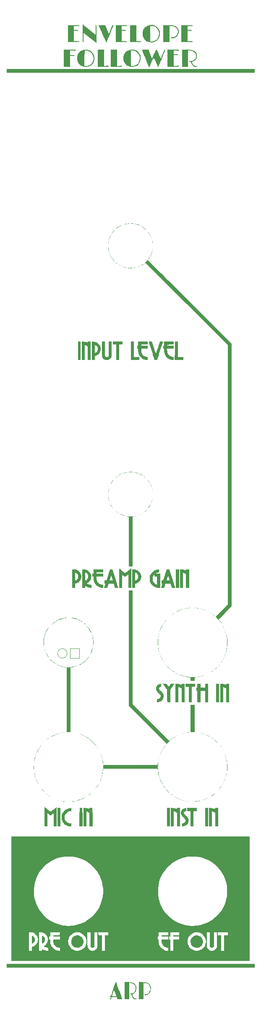
<source format=gto>
G04 #@! TF.GenerationSoftware,KiCad,Pcbnew,6.0.4-6f826c9f35~116~ubuntu20.04.1*
G04 #@! TF.CreationDate,2022-04-19T20:10:12-04:00*
G04 #@! TF.ProjectId,arpenvfol_panel,61727065-6e76-4666-9f6c-5f70616e656c,rev?*
G04 #@! TF.SameCoordinates,Original*
G04 #@! TF.FileFunction,Legend,Top*
G04 #@! TF.FilePolarity,Positive*
%FSLAX46Y46*%
G04 Gerber Fmt 4.6, Leading zero omitted, Abs format (unit mm)*
G04 Created by KiCad (PCBNEW 6.0.4-6f826c9f35~116~ubuntu20.04.1) date 2022-04-19 20:10:12*
%MOMM*%
%LPD*%
G01*
G04 APERTURE LIST*
%ADD10C,0.120000*%
G04 APERTURE END LIST*
D10*
G04 #@! TO.C,J2*
X28300000Y-134600000D02*
G75*
G03*
X28300000Y-134600000I-950000J0D01*
G01*
G04 #@! TO.C,GRAF2*
G36*
X30858969Y-16077323D02*
G01*
X30814789Y-16034360D01*
X30631608Y-15824897D01*
X30492407Y-15604176D01*
X30394517Y-15365518D01*
X30335269Y-15102244D01*
X30311991Y-14807673D01*
X30311530Y-14775176D01*
X30317328Y-14559090D01*
X30341424Y-14373866D01*
X30387672Y-14201612D01*
X30459924Y-14024432D01*
X30483973Y-13974275D01*
X30631248Y-13730295D01*
X30814714Y-13520166D01*
X31030895Y-13345918D01*
X31276318Y-13209580D01*
X31547509Y-13113181D01*
X31840994Y-13058751D01*
X32071685Y-13046688D01*
X32374826Y-13064804D01*
X32645713Y-13119401D01*
X32889422Y-13212429D01*
X33111030Y-13345841D01*
X33315611Y-13521587D01*
X33320939Y-13526930D01*
X33505461Y-13742613D01*
X33644837Y-13974482D01*
X33740789Y-14226932D01*
X33795036Y-14504356D01*
X33809635Y-14775176D01*
X33786041Y-15087310D01*
X33718924Y-15376081D01*
X33611180Y-15638897D01*
X33465700Y-15873162D01*
X33285380Y-16076284D01*
X33073114Y-16245669D01*
X32831795Y-16378723D01*
X32564317Y-16472853D01*
X32273574Y-16525465D01*
X31962461Y-16533965D01*
X31855415Y-16526611D01*
X31573156Y-16479360D01*
X31316836Y-16390545D01*
X31247658Y-16351552D01*
X31819329Y-16351552D01*
X32068437Y-16351552D01*
X32201201Y-16347234D01*
X32333281Y-16335669D01*
X32442987Y-16318944D01*
X32469083Y-16313032D01*
X32729979Y-16221941D01*
X32963040Y-16090584D01*
X33165401Y-15922989D01*
X33334203Y-15723185D01*
X33466582Y-15495201D01*
X33559678Y-15243065D01*
X33610629Y-14970806D01*
X33617354Y-14696531D01*
X33579984Y-14414448D01*
X33499732Y-14151954D01*
X33379328Y-13913459D01*
X33221497Y-13703371D01*
X33028969Y-13526099D01*
X32807357Y-13387498D01*
X32586035Y-13295550D01*
X32360783Y-13243740D01*
X32115591Y-13228660D01*
X32065991Y-13229648D01*
X31832433Y-13236937D01*
X31825881Y-14794245D01*
X31819329Y-16351552D01*
X31247658Y-16351552D01*
X31080694Y-16257441D01*
X30858969Y-16077323D01*
G37*
G36*
X48695846Y-8145274D02*
G01*
X48945571Y-8148145D01*
X49150310Y-8151058D01*
X49315930Y-8154342D01*
X49448294Y-8158327D01*
X49553268Y-8163343D01*
X49636717Y-8169718D01*
X49704506Y-8177782D01*
X49762500Y-8187865D01*
X49816563Y-8200294D01*
X49854329Y-8210326D01*
X50113155Y-8303814D01*
X50335253Y-8429932D01*
X50518837Y-8585591D01*
X50662123Y-8767701D01*
X50763324Y-8973171D01*
X50820655Y-9198912D01*
X50832331Y-9441835D01*
X50796566Y-9698849D01*
X50771025Y-9796645D01*
X50676522Y-10031901D01*
X50541611Y-10240766D01*
X50371421Y-10419487D01*
X50171078Y-10564310D01*
X49945710Y-10671481D01*
X49700445Y-10737246D01*
X49457952Y-10757958D01*
X49326182Y-10751437D01*
X49239696Y-10730902D01*
X49194501Y-10694897D01*
X49185285Y-10658475D01*
X49192199Y-10619732D01*
X49217814Y-10591968D01*
X49269446Y-10572956D01*
X49354408Y-10560466D01*
X49480015Y-10552271D01*
X49542190Y-10549735D01*
X49675797Y-10543556D01*
X49773556Y-10534539D01*
X49850469Y-10519757D01*
X49921539Y-10496283D01*
X50001768Y-10461189D01*
X50005969Y-10459226D01*
X50202575Y-10340488D01*
X50364907Y-10186358D01*
X50490701Y-10000959D01*
X50577692Y-9788411D01*
X50623615Y-9552836D01*
X50628107Y-9327093D01*
X50595618Y-9105416D01*
X50523885Y-8913889D01*
X50410855Y-8747986D01*
X50327183Y-8663169D01*
X50178690Y-8548461D01*
X50014372Y-8460080D01*
X49826469Y-8395487D01*
X49607221Y-8352139D01*
X49348868Y-8327497D01*
X49293343Y-8324658D01*
X48956457Y-8309501D01*
X48956457Y-11546147D01*
X47736036Y-11546147D01*
X47736036Y-8134915D01*
X48695846Y-8145274D01*
G37*
G36*
X29850270Y-8139321D02*
G01*
X30074924Y-8139966D01*
X30257532Y-8141224D01*
X30402497Y-8143243D01*
X30514222Y-8146172D01*
X30597110Y-8150162D01*
X30655561Y-8155360D01*
X30693979Y-8161916D01*
X30716766Y-8169980D01*
X30727051Y-8178031D01*
X30746256Y-8226019D01*
X30732410Y-8276001D01*
X30705491Y-8335081D01*
X30207450Y-8322576D01*
X29709410Y-8310071D01*
X29709410Y-9062115D01*
X30100681Y-9047835D01*
X30274121Y-9043149D01*
X30399742Y-9043628D01*
X30480321Y-9049363D01*
X30518637Y-9060447D01*
X30520200Y-9061802D01*
X30545197Y-9112574D01*
X30543410Y-9170858D01*
X30516692Y-9212630D01*
X30508231Y-9217000D01*
X30469526Y-9222445D01*
X30390075Y-9227047D01*
X30279979Y-9230435D01*
X30149339Y-9232238D01*
X30088711Y-9232433D01*
X29709410Y-9232433D01*
X29709410Y-11374083D01*
X30208758Y-11364769D01*
X30380835Y-11361882D01*
X30509046Y-11360866D01*
X30600357Y-11362208D01*
X30661733Y-11366393D01*
X30700141Y-11373906D01*
X30722546Y-11385234D01*
X30735915Y-11400862D01*
X30736336Y-11401543D01*
X30749009Y-11441284D01*
X30725238Y-11478727D01*
X30704541Y-11496889D01*
X30687972Y-11508831D01*
X30666940Y-11518672D01*
X30636713Y-11526616D01*
X30592558Y-11532864D01*
X30529744Y-11537619D01*
X30443538Y-11541084D01*
X30329209Y-11543461D01*
X30182024Y-11544953D01*
X29997251Y-11545762D01*
X29770158Y-11546092D01*
X29554040Y-11546147D01*
X28463564Y-11546147D01*
X28463564Y-8139140D01*
X29579169Y-8139140D01*
X29850270Y-8139321D01*
G37*
G36*
X36921608Y-117710010D02*
G01*
X37188745Y-117702836D01*
X37455882Y-117695661D01*
X38020598Y-119508041D01*
X38111947Y-119801244D01*
X38199064Y-120080912D01*
X38280738Y-120343161D01*
X38355760Y-120584106D01*
X38422922Y-120799862D01*
X38481013Y-120986543D01*
X38528826Y-121140264D01*
X38565150Y-121257141D01*
X38588776Y-121333289D01*
X38598496Y-121364821D01*
X38598524Y-121364915D01*
X38600062Y-121383397D01*
X38586523Y-121395934D01*
X38550119Y-121403664D01*
X38483065Y-121407721D01*
X38377575Y-121409242D01*
X38293543Y-121409410D01*
X37975352Y-121409410D01*
X37857985Y-121034385D01*
X37816385Y-120901241D01*
X37779519Y-120782827D01*
X37750374Y-120688779D01*
X37731941Y-120628732D01*
X37727643Y-120614355D01*
X37719835Y-120599248D01*
X37701981Y-120588112D01*
X37667516Y-120580481D01*
X37609874Y-120575888D01*
X37522491Y-120573867D01*
X37398802Y-120573953D01*
X37232241Y-120575680D01*
X37190444Y-120576217D01*
X36666221Y-120583083D01*
X36537629Y-120996247D01*
X36409037Y-121409410D01*
X35764780Y-121409410D01*
X35825463Y-121212363D01*
X35865873Y-121084049D01*
X35911850Y-120942341D01*
X35950531Y-120826528D01*
X35987992Y-120713302D01*
X36007556Y-120639457D01*
X36008835Y-120596632D01*
X35991440Y-120576465D01*
X35954984Y-120570595D01*
X35938639Y-120570371D01*
X35862362Y-120570371D01*
X35862362Y-119934735D01*
X36046697Y-119934429D01*
X36231031Y-119934122D01*
X36239791Y-119905908D01*
X36879379Y-119905908D01*
X36900115Y-119919363D01*
X36964093Y-119928482D01*
X37073971Y-119933505D01*
X37198911Y-119934735D01*
X37518442Y-119934735D01*
X37500871Y-119877528D01*
X37464986Y-119761603D01*
X37423370Y-119628622D01*
X37378690Y-119486938D01*
X37333613Y-119344906D01*
X37290806Y-119210878D01*
X37252935Y-119093209D01*
X37222667Y-119000252D01*
X37202669Y-118940361D01*
X37195737Y-118921690D01*
X37186147Y-118941571D01*
X37164368Y-119001382D01*
X37133185Y-119092457D01*
X37095383Y-119206129D01*
X37053748Y-119333734D01*
X37011065Y-119466604D01*
X36970120Y-119596073D01*
X36933698Y-119713477D01*
X36904585Y-119810148D01*
X36885567Y-119877421D01*
X36879379Y-119905908D01*
X36239791Y-119905908D01*
X36576319Y-118822066D01*
X36921608Y-117710010D01*
G37*
G36*
X54168669Y-141316042D02*
G01*
X53831782Y-141323136D01*
X53494895Y-141330231D01*
X53481791Y-144444845D01*
X52897398Y-144444845D01*
X52897398Y-141317518D01*
X52183872Y-141317518D01*
X52198198Y-140720020D01*
X53183434Y-140713365D01*
X54168669Y-140706711D01*
X54168669Y-141316042D01*
G37*
G36*
X50475626Y-140715256D02*
G01*
X50766883Y-140744932D01*
X51029036Y-140803501D01*
X51276947Y-140894301D01*
X51281482Y-140896300D01*
X51422723Y-140958764D01*
X51422723Y-140707308D01*
X52007508Y-140707308D01*
X52007508Y-144444845D01*
X51422723Y-144444845D01*
X51422723Y-141703230D01*
X51298343Y-141611927D01*
X51182336Y-141537025D01*
X51046103Y-141464307D01*
X50912613Y-141405415D01*
X50844494Y-141381883D01*
X50787485Y-141365068D01*
X50780930Y-142898600D01*
X50774374Y-144432133D01*
X50475626Y-144439296D01*
X50176877Y-144446459D01*
X50176877Y-140699545D01*
X50475626Y-140715256D01*
G37*
G36*
X36622566Y-102098592D02*
G01*
X36704149Y-101616123D01*
X36832279Y-101153284D01*
X37005993Y-100711840D01*
X37224326Y-100293559D01*
X37486316Y-99900207D01*
X37790999Y-99533551D01*
X38137411Y-99195358D01*
X38265065Y-99086727D01*
X38622748Y-98824169D01*
X39013656Y-98595154D01*
X39429908Y-98403287D01*
X39863622Y-98252178D01*
X40306916Y-98145433D01*
X40331397Y-98140925D01*
X40564880Y-98108985D01*
X40831152Y-98089840D01*
X41113788Y-98083491D01*
X41396362Y-98089937D01*
X41662448Y-98109178D01*
X41894028Y-98140925D01*
X42357276Y-98250225D01*
X42802863Y-98405862D01*
X43227664Y-98605454D01*
X43628553Y-98846620D01*
X44002403Y-99126977D01*
X44346089Y-99444145D01*
X44656484Y-99795741D01*
X44930463Y-100179385D01*
X45164900Y-100592693D01*
X45196394Y-100656959D01*
X45373974Y-101084834D01*
X45503820Y-101529736D01*
X45585994Y-101991967D01*
X45620557Y-102471834D01*
X45618808Y-102758487D01*
X45581686Y-103220175D01*
X45501014Y-103660086D01*
X45374864Y-104085656D01*
X45201306Y-104504324D01*
X45127226Y-104654054D01*
X44884979Y-105070088D01*
X44605561Y-105452403D01*
X44291153Y-105799487D01*
X43943938Y-106109826D01*
X43566096Y-106381905D01*
X43159811Y-106614212D01*
X42727263Y-106805232D01*
X42270636Y-106953452D01*
X41792111Y-107057358D01*
X41627578Y-107081956D01*
X41506807Y-107098011D01*
X41506807Y-117137938D01*
X40718619Y-117137938D01*
X40718619Y-107098011D01*
X40597848Y-107081956D01*
X40109175Y-106992837D01*
X39642821Y-106858707D01*
X39200110Y-106680240D01*
X38782363Y-106458108D01*
X38390902Y-106192987D01*
X38027051Y-105885548D01*
X37800039Y-105656943D01*
X37498698Y-105294799D01*
X37236118Y-104901959D01*
X37014840Y-104483418D01*
X36837404Y-104044169D01*
X36706352Y-103589209D01*
X36675656Y-103446347D01*
X36644294Y-103245838D01*
X36621180Y-103012229D01*
X36606976Y-102762341D01*
X36602344Y-102512990D01*
X36604956Y-102404864D01*
X36631014Y-102404864D01*
X36634880Y-102857701D01*
X36684421Y-103310358D01*
X36780381Y-103759187D01*
X36923502Y-104200541D01*
X37070415Y-104541558D01*
X37296398Y-104954028D01*
X37562278Y-105336925D01*
X37865116Y-105688072D01*
X38201971Y-106005294D01*
X38569903Y-106286417D01*
X38965971Y-106529265D01*
X39387235Y-106731663D01*
X39830756Y-106891437D01*
X40293592Y-107006411D01*
X40437120Y-107032062D01*
X40584040Y-107048852D01*
X40768655Y-107059066D01*
X40978668Y-107063002D01*
X41201782Y-107060957D01*
X41425701Y-107053230D01*
X41638128Y-107040118D01*
X41826767Y-107021918D01*
X41979320Y-106998928D01*
X42002603Y-106994174D01*
X42467061Y-106869390D01*
X42907900Y-106701585D01*
X43323017Y-106493338D01*
X43710310Y-106247231D01*
X44067673Y-105965843D01*
X44393005Y-105651755D01*
X44684201Y-105307547D01*
X44939158Y-104935798D01*
X45155774Y-104539089D01*
X45331943Y-104120001D01*
X45465564Y-103681112D01*
X45554533Y-103225005D01*
X45596746Y-102754258D01*
X45600092Y-102581215D01*
X45575526Y-102111240D01*
X45502283Y-101651124D01*
X45382104Y-101204104D01*
X45216730Y-100773417D01*
X45007901Y-100362299D01*
X44757359Y-99973987D01*
X44466845Y-99611717D01*
X44138098Y-99278725D01*
X43772861Y-98978250D01*
X43594785Y-98852982D01*
X43192011Y-98613322D01*
X42772445Y-98420012D01*
X42339673Y-98272816D01*
X41897282Y-98171495D01*
X41448858Y-98115813D01*
X40997988Y-98105531D01*
X40548259Y-98140411D01*
X40103258Y-98220218D01*
X39666572Y-98344712D01*
X39241788Y-98513656D01*
X38832492Y-98726812D01*
X38442271Y-98983944D01*
X38155317Y-99213260D01*
X37820506Y-99536263D01*
X37525431Y-99888258D01*
X37270835Y-100265600D01*
X37057459Y-100664641D01*
X36886046Y-101081734D01*
X36757340Y-101513234D01*
X36672081Y-101955492D01*
X36631014Y-102404864D01*
X36604956Y-102404864D01*
X36607948Y-102280996D01*
X36622566Y-102098592D01*
G37*
G36*
X43558998Y-9467935D02*
G01*
X43635090Y-9196667D01*
X43752212Y-8945579D01*
X43907787Y-8718970D01*
X44099234Y-8521138D01*
X44323976Y-8356382D01*
X44579432Y-8229000D01*
X44651052Y-8202364D01*
X44944007Y-8124291D01*
X45235813Y-8091491D01*
X45521640Y-8102182D01*
X45796660Y-8154582D01*
X46056042Y-8246909D01*
X46294958Y-8377383D01*
X46508578Y-8544220D01*
X46692074Y-8745641D01*
X46840615Y-8979862D01*
X46859246Y-9017019D01*
X46940725Y-9211232D01*
X46994248Y-9406524D01*
X47023113Y-9618770D01*
X47030725Y-9842643D01*
X47011587Y-10144010D01*
X46954226Y-10415066D01*
X46856464Y-10661371D01*
X46716122Y-10888482D01*
X46541312Y-11091584D01*
X46433942Y-11195130D01*
X46337755Y-11272565D01*
X46232938Y-11338086D01*
X46108809Y-11401514D01*
X45816787Y-11515027D01*
X45516292Y-11579936D01*
X45212102Y-11595647D01*
X44908990Y-11561562D01*
X44877931Y-11555180D01*
X44598073Y-11470440D01*
X44343827Y-11343546D01*
X44118230Y-11177907D01*
X43924324Y-10976936D01*
X43765147Y-10744044D01*
X43643740Y-10482642D01*
X43563142Y-10196144D01*
X43540227Y-10053815D01*
X43530492Y-9841676D01*
X45040941Y-9841676D01*
X45041150Y-10174641D01*
X45041819Y-10459897D01*
X45043012Y-10700586D01*
X45044794Y-10899848D01*
X45047227Y-11060823D01*
X45050377Y-11186654D01*
X45054307Y-11280480D01*
X45059081Y-11345442D01*
X45064763Y-11384681D01*
X45071417Y-11401338D01*
X45072723Y-11402181D01*
X45131104Y-11412893D01*
X45225370Y-11416634D01*
X45341113Y-11413943D01*
X45463926Y-11405365D01*
X45579400Y-11391440D01*
X45638439Y-11380898D01*
X45898569Y-11301298D01*
X46136704Y-11178091D01*
X46348310Y-11015429D01*
X46528854Y-10817464D01*
X46673803Y-10588346D01*
X46776683Y-10338439D01*
X46809239Y-10193645D01*
X46828925Y-10017884D01*
X46835579Y-9828047D01*
X46829037Y-9641027D01*
X46809138Y-9473718D01*
X46785969Y-9373359D01*
X46680491Y-9106869D01*
X46536736Y-8872162D01*
X46357141Y-8671697D01*
X46144142Y-8507936D01*
X45900177Y-8383339D01*
X45755578Y-8332958D01*
X45638462Y-8305765D01*
X45500071Y-8284950D01*
X45358013Y-8272102D01*
X45229892Y-8268811D01*
X45133314Y-8276667D01*
X45132978Y-8276730D01*
X45040941Y-8293996D01*
X45040941Y-9841676D01*
X43530492Y-9841676D01*
X43526518Y-9755084D01*
X43558998Y-9467935D01*
G37*
G36*
X51390941Y-117702568D02*
G01*
X51536315Y-117709012D01*
X51647839Y-117718614D01*
X51742513Y-117734321D01*
X51837340Y-117759080D01*
X51949318Y-117795837D01*
X51969369Y-117802821D01*
X52079353Y-117841702D01*
X52174644Y-117876112D01*
X52242909Y-117901559D01*
X52268118Y-117911679D01*
X52295289Y-117917507D01*
X52308493Y-117896097D01*
X52312492Y-117837034D01*
X52312613Y-117814432D01*
X52312613Y-117697298D01*
X52922823Y-117697298D01*
X52922823Y-121409410D01*
X52312613Y-121409410D01*
X52312613Y-118693410D01*
X52234106Y-118627350D01*
X52094350Y-118527186D01*
X51928180Y-118435321D01*
X51803974Y-118381396D01*
X51676977Y-118333141D01*
X51676977Y-121409410D01*
X51066767Y-121409410D01*
X51066767Y-117691285D01*
X51390941Y-117702568D01*
G37*
G36*
X35557257Y-118307508D02*
G01*
X34235135Y-118307508D01*
X34235135Y-118510911D01*
X35582683Y-118510911D01*
X35582683Y-119121122D01*
X34235135Y-119121122D01*
X34235135Y-119371905D01*
X34240584Y-119570841D01*
X34258788Y-119734523D01*
X34292533Y-119877560D01*
X34344607Y-120014563D01*
X34366737Y-120061862D01*
X34451073Y-120199532D01*
X34567822Y-120342448D01*
X34702680Y-120475781D01*
X34841340Y-120584702D01*
X34913371Y-120628474D01*
X35011005Y-120672264D01*
X35134207Y-120715956D01*
X35266169Y-120754742D01*
X35390084Y-120783819D01*
X35489144Y-120798378D01*
X35510474Y-120799200D01*
X35582683Y-120799200D01*
X35582683Y-121409410D01*
X35411061Y-121407538D01*
X35290886Y-121399607D01*
X35156013Y-121380990D01*
X35061462Y-121361679D01*
X34772141Y-121264602D01*
X34505693Y-121123405D01*
X34265756Y-120941040D01*
X34055963Y-120720458D01*
X33879953Y-120464612D01*
X33820393Y-120354201D01*
X33755654Y-120214227D01*
X33707793Y-120081578D01*
X33673962Y-119943255D01*
X33651315Y-119786256D01*
X33637002Y-119597583D01*
X33632416Y-119496147D01*
X33618016Y-119121122D01*
X33396096Y-119121122D01*
X33396096Y-118510911D01*
X33624925Y-118510911D01*
X33624925Y-117697298D01*
X35557257Y-117697298D01*
X35557257Y-118307508D01*
G37*
G36*
X42269570Y-11398583D02*
G01*
X42606457Y-11383228D01*
X42745175Y-11376863D01*
X42877459Y-11370718D01*
X42988784Y-11365472D01*
X43064627Y-11361806D01*
X43067460Y-11361664D01*
X43150165Y-11362394D01*
X43197918Y-11377672D01*
X43220013Y-11401543D01*
X43232915Y-11441168D01*
X43209479Y-11478397D01*
X43188425Y-11496889D01*
X43171564Y-11509027D01*
X43150170Y-11518993D01*
X43119417Y-11526998D01*
X43074478Y-11533258D01*
X43010526Y-11537985D01*
X42922735Y-11541394D01*
X42806279Y-11543698D01*
X42656331Y-11545110D01*
X42468065Y-11545846D01*
X42236653Y-11546117D01*
X42076062Y-11546147D01*
X41023724Y-11546147D01*
X41023724Y-8139140D01*
X42269570Y-8139140D01*
X42269570Y-11398583D01*
G37*
G36*
X40572423Y-200795744D02*
G01*
X40762307Y-200800767D01*
X40941782Y-200807140D01*
X41102667Y-200814445D01*
X41236782Y-200822266D01*
X41335945Y-200830187D01*
X41390080Y-200837373D01*
X41607461Y-200907904D01*
X41806351Y-201020633D01*
X41914942Y-201109109D01*
X42066823Y-201278707D01*
X42175930Y-201465806D01*
X42244701Y-201676355D01*
X42275569Y-201916305D01*
X42277807Y-201995296D01*
X42268333Y-202212867D01*
X42233178Y-202403784D01*
X42167969Y-202587566D01*
X42124530Y-202679332D01*
X42039423Y-202810779D01*
X41923200Y-202940843D01*
X41790892Y-203055176D01*
X41657534Y-203139432D01*
X41628012Y-203153169D01*
X41551849Y-203189871D01*
X41498938Y-203223043D01*
X41481815Y-203243045D01*
X41490469Y-203287473D01*
X41513890Y-203365049D01*
X41547159Y-203462034D01*
X41585358Y-203564690D01*
X41623568Y-203659277D01*
X41656871Y-203732059D01*
X41656950Y-203732214D01*
X41744617Y-203872512D01*
X41845096Y-203980261D01*
X41952054Y-204051190D01*
X42059160Y-204081026D01*
X42154333Y-204067781D01*
X42233605Y-204044949D01*
X42281246Y-204052651D01*
X42307640Y-204092778D01*
X42308656Y-204095882D01*
X42305549Y-204156561D01*
X42261863Y-204206631D01*
X42187488Y-204241707D01*
X42092312Y-204257404D01*
X41986226Y-204249337D01*
X41970316Y-204245885D01*
X41847486Y-204194638D01*
X41725255Y-204103562D01*
X41616035Y-203982290D01*
X41597963Y-203956899D01*
X41554028Y-203880666D01*
X41500429Y-203769863D01*
X41443024Y-203638346D01*
X41387672Y-203499970D01*
X41340232Y-203368590D01*
X41314127Y-203285636D01*
X41284319Y-203264326D01*
X41220154Y-203254143D01*
X41205613Y-203253854D01*
X41113742Y-203238977D01*
X41062712Y-203194893D01*
X41053463Y-203122418D01*
X41053554Y-203121770D01*
X41060558Y-203094475D01*
X41078768Y-203076400D01*
X41117945Y-203064723D01*
X41187853Y-203056620D01*
X41298254Y-203049267D01*
X41305817Y-203048821D01*
X41431572Y-203039140D01*
X41522036Y-203025191D01*
X41592762Y-203003416D01*
X41659303Y-202970253D01*
X41665994Y-202966368D01*
X41821371Y-202847155D01*
X41946840Y-202694054D01*
X42041525Y-202514928D01*
X42104547Y-202317642D01*
X42135027Y-202110058D01*
X42132086Y-201900040D01*
X42094848Y-201695452D01*
X42022432Y-201504156D01*
X41913961Y-201334018D01*
X41855611Y-201268914D01*
X41700270Y-201147095D01*
X41508708Y-201054556D01*
X41287895Y-200993743D01*
X41044802Y-200967100D01*
X40992130Y-200966077D01*
X40871548Y-200965566D01*
X40865003Y-202586437D01*
X40858459Y-204207308D01*
X40369019Y-204214213D01*
X39879580Y-204221118D01*
X39879580Y-200780580D01*
X40572423Y-200795744D01*
G37*
G36*
X26988889Y-169463464D02*
G01*
X26378349Y-169463464D01*
X26384870Y-167601051D01*
X26391392Y-165738639D01*
X26690140Y-165731476D01*
X26988889Y-165724313D01*
X26988889Y-169463464D01*
G37*
G36*
X48579715Y-140999008D02*
G01*
X48656755Y-141103640D01*
X48723879Y-141191742D01*
X48775264Y-141255900D01*
X48805085Y-141288698D01*
X48809410Y-141291401D01*
X48830002Y-141272123D01*
X48874125Y-141218691D01*
X48935985Y-141138494D01*
X49009786Y-141038920D01*
X49038200Y-140999700D01*
X49248771Y-140707308D01*
X49611122Y-140707308D01*
X49740196Y-140708566D01*
X49848880Y-140712025D01*
X49928184Y-140717210D01*
X49969115Y-140723648D01*
X49972737Y-140726377D01*
X49958206Y-140751091D01*
X49917496Y-140811598D01*
X49854343Y-140902568D01*
X49772485Y-141018675D01*
X49675659Y-141154592D01*
X49567602Y-141304991D01*
X49540504Y-141342522D01*
X49109009Y-141939597D01*
X49109009Y-144444845D01*
X48820854Y-144444845D01*
X48704534Y-144443431D01*
X48607549Y-144439593D01*
X48540819Y-144433937D01*
X48515749Y-144427895D01*
X48512391Y-144399849D01*
X48509253Y-144325908D01*
X48506403Y-144211028D01*
X48503908Y-144060165D01*
X48501834Y-143878275D01*
X48500247Y-143670314D01*
X48499215Y-143441238D01*
X48498803Y-143196002D01*
X48498799Y-143167278D01*
X48498799Y-141923611D01*
X48066567Y-141328019D01*
X47956250Y-141175591D01*
X47856324Y-141036719D01*
X47770522Y-140916656D01*
X47702578Y-140820656D01*
X47656226Y-140753970D01*
X47635198Y-140721853D01*
X47634334Y-140719867D01*
X47658266Y-140715417D01*
X47724087Y-140711660D01*
X47822838Y-140708903D01*
X47945559Y-140707453D01*
X48001287Y-140707308D01*
X48368239Y-140707308D01*
X48579715Y-140999008D01*
G37*
G36*
X33603773Y-71847296D02*
G01*
X33827504Y-71858904D01*
X34017607Y-71889102D01*
X34189147Y-71941825D01*
X34357188Y-72021008D01*
X34430537Y-72063216D01*
X34608824Y-72196902D01*
X34771643Y-72369481D01*
X34911359Y-72569602D01*
X35020333Y-72785913D01*
X35090931Y-73007064D01*
X35101471Y-73060505D01*
X35120188Y-73313880D01*
X35091706Y-73563218D01*
X35019657Y-73802948D01*
X34907670Y-74027501D01*
X34759374Y-74231304D01*
X34578399Y-74408789D01*
X34368375Y-74554385D01*
X34132933Y-74662522D01*
X34037998Y-74692510D01*
X33879179Y-74736666D01*
X33879179Y-75567368D01*
X33268639Y-75567368D01*
X33273711Y-74118801D01*
X33879179Y-74118801D01*
X33974525Y-74079202D01*
X34060079Y-74037995D01*
X34149597Y-73986810D01*
X34165411Y-73976669D01*
X34295846Y-73861865D01*
X34398668Y-73713232D01*
X34470289Y-73541757D01*
X34507124Y-73358426D01*
X34505584Y-73174227D01*
X34473790Y-73032070D01*
X34403891Y-72883118D01*
X34302746Y-72744428D01*
X34180892Y-72626632D01*
X34048867Y-72540365D01*
X33949099Y-72502648D01*
X33879179Y-72485379D01*
X33879179Y-74118801D01*
X33273711Y-74118801D01*
X33275160Y-73704955D01*
X33279431Y-72485379D01*
X33281682Y-71842543D01*
X33603773Y-71847296D01*
G37*
G36*
X66144044Y-197889089D02*
G01*
X16081382Y-197889089D01*
X16081382Y-197100901D01*
X66144044Y-197100901D01*
X66144044Y-197889089D01*
G37*
G36*
X44953790Y-119418763D02*
G01*
X44957211Y-119309006D01*
X44965202Y-119223508D01*
X44979441Y-119148978D01*
X45001604Y-119072128D01*
X45023826Y-119006707D01*
X45146520Y-118732152D01*
X45312258Y-118479743D01*
X45516385Y-118254000D01*
X45754247Y-118059440D01*
X46021190Y-117900584D01*
X46271063Y-117795764D01*
X46399200Y-117758046D01*
X46540043Y-117726506D01*
X46665331Y-117707368D01*
X46677343Y-117706254D01*
X46871572Y-117689836D01*
X46871572Y-118307508D01*
X46779896Y-118307508D01*
X46667851Y-118318826D01*
X46532025Y-118349015D01*
X46393190Y-118392427D01*
X46272113Y-118443412D01*
X46262967Y-118448091D01*
X46146947Y-118508544D01*
X46610961Y-118509727D01*
X47074975Y-118510911D01*
X47074975Y-121409410D01*
X46801652Y-121405947D01*
X46682119Y-121403546D01*
X46575888Y-121399804D01*
X46496816Y-121395299D01*
X46464765Y-121391953D01*
X46407766Y-121378963D01*
X46322022Y-121355508D01*
X46235936Y-121329690D01*
X45958804Y-121216895D01*
X45706138Y-121061237D01*
X45481388Y-120866160D01*
X45288005Y-120635105D01*
X45129439Y-120371515D01*
X45022781Y-120119234D01*
X44994569Y-120033486D01*
X44975228Y-119957853D01*
X44963091Y-119879048D01*
X44956486Y-119783788D01*
X44953744Y-119658787D01*
X44953272Y-119567666D01*
X45550051Y-119567666D01*
X45562165Y-119755696D01*
X45595304Y-119924699D01*
X45599925Y-119940247D01*
X45693144Y-120160292D01*
X45827238Y-120358557D01*
X45995446Y-120527257D01*
X46191005Y-120658607D01*
X46248649Y-120687131D01*
X46307502Y-120715104D01*
X46354635Y-120736284D01*
X46391341Y-120746170D01*
X46418914Y-120740260D01*
X46438646Y-120714053D01*
X46451830Y-120663046D01*
X46459759Y-120582739D01*
X46463726Y-120468630D01*
X46465025Y-120316217D01*
X46464948Y-120120998D01*
X46464765Y-119934735D01*
X46464765Y-119121122D01*
X45930831Y-119121122D01*
X45930831Y-118680025D01*
X45865284Y-118741603D01*
X45791060Y-118828558D01*
X45714406Y-118946709D01*
X45645667Y-119078030D01*
X45595189Y-119204498D01*
X45590083Y-119221082D01*
X45559259Y-119382249D01*
X45550051Y-119567666D01*
X44953272Y-119567666D01*
X44953264Y-119566066D01*
X44953790Y-119418763D01*
G37*
G36*
X35735235Y-16331669D02*
G01*
X36110260Y-16316497D01*
X36250762Y-16310599D01*
X36379856Y-16304787D01*
X36485774Y-16299620D01*
X36556752Y-16295655D01*
X36571128Y-16294657D01*
X36647938Y-16305128D01*
X36691236Y-16342177D01*
X36699176Y-16392591D01*
X36669912Y-16443160D01*
X36601599Y-16480674D01*
X36597294Y-16481923D01*
X36558973Y-16485753D01*
X36475645Y-16489412D01*
X36353153Y-16492792D01*
X36197340Y-16495786D01*
X36014049Y-16498286D01*
X35809123Y-16500187D01*
X35588406Y-16501380D01*
X35525476Y-16501570D01*
X34514815Y-16504105D01*
X34514815Y-13071672D01*
X35735235Y-13071672D01*
X35735235Y-16331669D01*
G37*
G36*
X46631917Y-132000511D02*
G01*
X46639131Y-131796420D01*
X46649989Y-131623040D01*
X46664527Y-131490591D01*
X46780276Y-130884455D01*
X46940826Y-130300281D01*
X47144980Y-129739706D01*
X47391540Y-129204368D01*
X47679311Y-128695907D01*
X48007094Y-128215959D01*
X48373693Y-127766163D01*
X48777912Y-127348158D01*
X49218553Y-126963581D01*
X49694419Y-126614071D01*
X50204314Y-126301266D01*
X50609397Y-126091231D01*
X51150254Y-125859030D01*
X51703216Y-125675042D01*
X52265307Y-125538918D01*
X52833556Y-125450308D01*
X53404986Y-125408861D01*
X53976625Y-125414228D01*
X54545498Y-125466058D01*
X55108630Y-125564002D01*
X55663049Y-125707708D01*
X56205780Y-125896829D01*
X56733848Y-126131012D01*
X57244279Y-126409908D01*
X57734101Y-126733167D01*
X58038485Y-126965667D01*
X58300300Y-127177152D01*
X59514364Y-125965102D01*
X60728429Y-124753052D01*
X60728429Y-72519646D01*
X44036637Y-55994564D01*
X43922222Y-56081803D01*
X43512363Y-56364286D01*
X43087190Y-56599218D01*
X42648843Y-56786202D01*
X42199462Y-56924841D01*
X41741186Y-57014738D01*
X41276153Y-57055497D01*
X40806502Y-57046721D01*
X40334374Y-56988013D01*
X39861907Y-56878976D01*
X39769982Y-56851836D01*
X39338370Y-56693895D01*
X38925996Y-56491504D01*
X38536451Y-56248031D01*
X38173323Y-55966847D01*
X37840202Y-55651323D01*
X37540678Y-55304829D01*
X37278342Y-54930736D01*
X37056782Y-54532412D01*
X36893385Y-54151075D01*
X36772724Y-53790519D01*
X36686472Y-53447764D01*
X36632051Y-53106944D01*
X36606885Y-52752198D01*
X36606977Y-52705268D01*
X36627782Y-52705268D01*
X36663257Y-53125321D01*
X36749399Y-53591087D01*
X36882348Y-54040101D01*
X37059969Y-54469407D01*
X37280126Y-54876047D01*
X37540682Y-55257063D01*
X37839502Y-55609499D01*
X38174449Y-55930397D01*
X38543387Y-56216800D01*
X38944180Y-56465750D01*
X39154955Y-56574820D01*
X39593127Y-56760137D01*
X40043483Y-56897908D01*
X40502042Y-56987426D01*
X40964828Y-57027985D01*
X41427862Y-57018878D01*
X41577729Y-57005107D01*
X41931937Y-56951961D01*
X42288793Y-56872101D01*
X42536537Y-56799757D01*
X42709350Y-56735569D01*
X42909142Y-56648519D01*
X43121838Y-56545755D01*
X43333366Y-56434425D01*
X43529654Y-56321679D01*
X43696630Y-56214665D01*
X43718819Y-56199166D01*
X43873117Y-56079901D01*
X44045618Y-55929839D01*
X44225581Y-55759725D01*
X44402266Y-55580305D01*
X44564931Y-55402324D01*
X44702834Y-55236526D01*
X44766838Y-55150751D01*
X45021027Y-54748788D01*
X45228785Y-54330743D01*
X45390416Y-53900028D01*
X45506224Y-53460055D01*
X45576512Y-53014238D01*
X45601586Y-52565988D01*
X45581749Y-52118718D01*
X45517306Y-51675839D01*
X45408560Y-51240766D01*
X45255817Y-50816909D01*
X45059379Y-50407681D01*
X44819551Y-50016494D01*
X44536637Y-49646762D01*
X44248763Y-49338420D01*
X43887510Y-49018705D01*
X43504784Y-48744770D01*
X43099146Y-48515873D01*
X42669154Y-48331270D01*
X42213367Y-48190218D01*
X41882468Y-48117783D01*
X41723590Y-48095208D01*
X41529413Y-48078030D01*
X41315249Y-48066712D01*
X41096412Y-48061717D01*
X40888213Y-48063508D01*
X40705964Y-48072548D01*
X40629670Y-48079894D01*
X40148054Y-48159876D01*
X39692015Y-48283591D01*
X39259924Y-48451815D01*
X38850151Y-48665319D01*
X38461066Y-48924878D01*
X38091041Y-49231265D01*
X37976255Y-49339459D01*
X37653822Y-49687326D01*
X37373067Y-50062601D01*
X37135133Y-50461989D01*
X36941163Y-50882194D01*
X36792299Y-51319920D01*
X36689686Y-51771871D01*
X36634466Y-52234753D01*
X36627782Y-52705268D01*
X36606977Y-52705268D01*
X36607592Y-52392092D01*
X36634092Y-51989163D01*
X36689417Y-51616918D01*
X36776817Y-51262087D01*
X36899542Y-50911405D01*
X37055996Y-50561462D01*
X37289636Y-50141302D01*
X37561765Y-49753239D01*
X37870032Y-49399075D01*
X38212082Y-49080613D01*
X38585563Y-48799655D01*
X38988123Y-48558004D01*
X39417409Y-48357463D01*
X39871069Y-48199833D01*
X40265187Y-48102727D01*
X40371152Y-48082568D01*
X40469245Y-48067561D01*
X40569987Y-48056981D01*
X40683902Y-48050103D01*
X40821513Y-48046202D01*
X40993342Y-48044554D01*
X41112713Y-48044345D01*
X41309186Y-48045019D01*
X41465343Y-48047526D01*
X41591707Y-48052591D01*
X41698801Y-48060937D01*
X41797147Y-48073291D01*
X41897268Y-48090376D01*
X41960239Y-48102727D01*
X42432123Y-48223302D01*
X42882012Y-48388484D01*
X43307478Y-48596471D01*
X43706096Y-48845456D01*
X44075441Y-49133636D01*
X44413086Y-49459206D01*
X44716605Y-49820362D01*
X44983573Y-50215298D01*
X45116145Y-50450431D01*
X45309340Y-50870567D01*
X45456480Y-51306069D01*
X45557831Y-51752641D01*
X45613652Y-52205986D01*
X45624208Y-52661806D01*
X45589760Y-53115805D01*
X45510570Y-53563685D01*
X45386902Y-54001150D01*
X45219018Y-54423902D01*
X45007181Y-54827644D01*
X44832316Y-55097456D01*
X44759528Y-55200885D01*
X44695875Y-55291454D01*
X44647921Y-55359815D01*
X44622229Y-55396623D01*
X44621422Y-55397794D01*
X44622890Y-55412936D01*
X44640896Y-55442338D01*
X44677690Y-55488355D01*
X44735520Y-55553340D01*
X44816637Y-55639649D01*
X44923290Y-55749634D01*
X45057728Y-55885651D01*
X45222200Y-56050054D01*
X45418956Y-56245195D01*
X45632517Y-56455966D01*
X45724057Y-56546241D01*
X45850309Y-56670884D01*
X46009848Y-56828486D01*
X46201251Y-57017637D01*
X46423091Y-57236930D01*
X46673947Y-57484954D01*
X46952392Y-57760301D01*
X47257003Y-58061560D01*
X47586355Y-58387325D01*
X47939025Y-58736184D01*
X48313588Y-59106729D01*
X48708619Y-59497551D01*
X49122695Y-59907241D01*
X49554390Y-60334389D01*
X50002281Y-60777586D01*
X50464944Y-61235424D01*
X50940954Y-61706494D01*
X51428887Y-62189385D01*
X51927318Y-62682689D01*
X52434824Y-63184997D01*
X52949979Y-63694900D01*
X53471360Y-64210988D01*
X53997543Y-64731853D01*
X54104607Y-64837838D01*
X61540177Y-72198499D01*
X61541110Y-98640852D01*
X61542042Y-125083206D01*
X60209118Y-126418130D01*
X58876194Y-127753053D01*
X59091918Y-128020020D01*
X59446250Y-128498110D01*
X59755896Y-128998750D01*
X60020360Y-129519324D01*
X60239143Y-130057216D01*
X60411748Y-130609810D01*
X60537676Y-131174491D01*
X60616430Y-131748643D01*
X60647511Y-132329650D01*
X60630423Y-132914895D01*
X60564666Y-133501765D01*
X60449744Y-134087641D01*
X60330381Y-134526813D01*
X60181372Y-134951622D01*
X59992144Y-135386475D01*
X59768679Y-135820176D01*
X59516961Y-136241528D01*
X59242972Y-136639336D01*
X59106431Y-136817218D01*
X58986395Y-136959850D01*
X58838069Y-137123453D01*
X58671586Y-137297853D01*
X58497080Y-137472874D01*
X58324685Y-137638341D01*
X58164535Y-137784079D01*
X58033333Y-137894694D01*
X57548548Y-138249180D01*
X57038995Y-138559960D01*
X56507288Y-138825943D01*
X55956039Y-139046039D01*
X55387862Y-139219155D01*
X54805369Y-139344201D01*
X54434746Y-139397513D01*
X54307381Y-139412025D01*
X54195649Y-139424037D01*
X54110675Y-139432406D01*
X54063581Y-139435983D01*
X54060767Y-139436036D01*
X54043278Y-139440175D01*
X54031031Y-139457637D01*
X54023109Y-139495994D01*
X54018593Y-139562816D01*
X54016568Y-139665674D01*
X54016116Y-139804705D01*
X54016116Y-140173374D01*
X53227928Y-140173374D01*
X53227928Y-139441197D01*
X53043594Y-139423823D01*
X52435768Y-139342104D01*
X51846555Y-139213562D01*
X51277163Y-139038728D01*
X50728801Y-138818135D01*
X50202677Y-138552314D01*
X49700000Y-138241797D01*
X49221977Y-137887117D01*
X48877823Y-137590107D01*
X48474080Y-137189646D01*
X48112827Y-136768207D01*
X47789327Y-136319427D01*
X47498847Y-135836943D01*
X47328219Y-135507808D01*
X47106083Y-135012484D01*
X46927709Y-134521257D01*
X46788981Y-134021094D01*
X46685783Y-133498962D01*
X46677771Y-133448349D01*
X46661372Y-133309519D01*
X46648142Y-133131340D01*
X46638150Y-132923821D01*
X46631464Y-132696969D01*
X46628151Y-132460795D01*
X46628173Y-132421155D01*
X46647475Y-132421155D01*
X46647562Y-132646355D01*
X46652093Y-132852737D01*
X46661326Y-133028704D01*
X46667164Y-133095659D01*
X46753185Y-133694505D01*
X46886319Y-134275922D01*
X47065299Y-134837927D01*
X47288858Y-135378539D01*
X47555732Y-135895774D01*
X47864654Y-136387650D01*
X48214357Y-136852184D01*
X48603577Y-137287392D01*
X49031046Y-137691293D01*
X49495499Y-138061903D01*
X49995669Y-138397241D01*
X50087888Y-138452809D01*
X50527337Y-138689517D01*
X50997084Y-138898559D01*
X51486499Y-139076505D01*
X51984953Y-139219925D01*
X52481816Y-139325388D01*
X52966460Y-139389465D01*
X52999099Y-139392266D01*
X53152026Y-139400991D01*
X53341234Y-139405755D01*
X53553245Y-139406760D01*
X53774578Y-139404208D01*
X53991755Y-139398304D01*
X54191297Y-139389250D01*
X54359724Y-139377250D01*
X54422923Y-139370810D01*
X55015188Y-139277160D01*
X55591006Y-139135675D01*
X56148680Y-138947184D01*
X56686515Y-138712517D01*
X57202815Y-138432503D01*
X57695883Y-138107970D01*
X58164026Y-137739749D01*
X58605545Y-137328668D01*
X58611410Y-137322734D01*
X59013421Y-136881219D01*
X59370806Y-136416135D01*
X59683889Y-135926825D01*
X59952988Y-135412633D01*
X60178425Y-134872902D01*
X60360520Y-134306976D01*
X60499594Y-133714198D01*
X60566057Y-133321222D01*
X60583735Y-133161651D01*
X60597202Y-132963643D01*
X60606360Y-132739442D01*
X60611109Y-132501294D01*
X60611351Y-132261445D01*
X60606989Y-132032142D01*
X60597922Y-131825629D01*
X60584053Y-131654153D01*
X60579763Y-131617718D01*
X60478247Y-131017973D01*
X60329249Y-130434258D01*
X60133671Y-129868725D01*
X59892417Y-129323525D01*
X59606390Y-128800812D01*
X59276493Y-128302736D01*
X59080957Y-128045446D01*
X58965444Y-127908075D01*
X58822443Y-127749890D01*
X58662042Y-127581090D01*
X58494326Y-127411869D01*
X58329383Y-127252424D01*
X58177299Y-127112951D01*
X58058759Y-127012128D01*
X57577380Y-126655901D01*
X57074949Y-126344498D01*
X56554222Y-126078240D01*
X56017956Y-125857448D01*
X55468907Y-125682444D01*
X54909830Y-125553550D01*
X54343483Y-125471086D01*
X53772621Y-125435374D01*
X53200001Y-125446737D01*
X52628378Y-125505495D01*
X52060509Y-125611969D01*
X51499149Y-125766482D01*
X50947056Y-125969355D01*
X50570971Y-126138665D01*
X50102681Y-126386787D01*
X49667671Y-126661713D01*
X49256429Y-126970292D01*
X48859447Y-127319374D01*
X48659003Y-127515623D01*
X48456393Y-127726024D01*
X48282575Y-127919398D01*
X48126056Y-128109749D01*
X47975343Y-128311083D01*
X47818944Y-128537403D01*
X47812149Y-128547560D01*
X47510118Y-129041975D01*
X47252571Y-129555546D01*
X47038355Y-130091259D01*
X46866319Y-130652102D01*
X46735310Y-131241062D01*
X46704621Y-131418813D01*
X46686378Y-131564135D01*
X46671282Y-131748628D01*
X46659594Y-131960694D01*
X46651572Y-132188736D01*
X46647475Y-132421155D01*
X46628173Y-132421155D01*
X46628280Y-132225306D01*
X46631917Y-132000511D01*
G37*
G36*
X35900501Y-71842543D02*
G01*
X35913213Y-73270878D01*
X35915982Y-73576528D01*
X35918525Y-73835441D01*
X35921021Y-74051731D01*
X35923649Y-74229511D01*
X35926589Y-74372895D01*
X35930018Y-74485994D01*
X35934116Y-74572924D01*
X35939061Y-74637795D01*
X35945032Y-74684723D01*
X35952208Y-74717819D01*
X35960767Y-74741197D01*
X35970889Y-74758970D01*
X35978348Y-74769407D01*
X36066449Y-74866602D01*
X36160702Y-74921906D01*
X36276738Y-74943389D01*
X36317507Y-74944445D01*
X36413513Y-74939508D01*
X36483168Y-74919872D01*
X36550422Y-74878296D01*
X36559882Y-74871173D01*
X36594583Y-74844672D01*
X36624110Y-74819523D01*
X36648882Y-74791619D01*
X36669315Y-74756855D01*
X36685827Y-74711124D01*
X36698835Y-74650319D01*
X36708757Y-74570334D01*
X36716009Y-74467064D01*
X36721010Y-74336400D01*
X36724175Y-74174238D01*
X36725923Y-73976470D01*
X36726671Y-73738990D01*
X36726835Y-73457693D01*
X36726827Y-73228238D01*
X36726827Y-71828216D01*
X37025576Y-71835380D01*
X37324324Y-71842543D01*
X37324324Y-73291792D01*
X37324224Y-73602404D01*
X37323841Y-73866404D01*
X37323053Y-74088031D01*
X37321737Y-74271523D01*
X37319770Y-74421120D01*
X37317030Y-74541059D01*
X37313394Y-74635580D01*
X37308739Y-74708921D01*
X37302943Y-74765322D01*
X37295883Y-74809019D01*
X37287436Y-74844254D01*
X37278583Y-74872127D01*
X37187700Y-75060132D01*
X37056579Y-75230697D01*
X36895014Y-75373950D01*
X36712803Y-75480021D01*
X36650551Y-75504921D01*
X36538822Y-75533124D01*
X36402470Y-75551086D01*
X36262113Y-75557477D01*
X36138367Y-75550970D01*
X36084731Y-75541380D01*
X35887583Y-75466455D01*
X35705575Y-75348660D01*
X35547771Y-75195615D01*
X35423234Y-75014935D01*
X35396903Y-74963279D01*
X35315716Y-74791892D01*
X35308574Y-73310048D01*
X35301433Y-71828203D01*
X35900501Y-71842543D01*
G37*
G36*
X46352813Y-12983110D02*
G01*
X46384261Y-13049571D01*
X46431481Y-13152743D01*
X46492240Y-13287656D01*
X46564306Y-13449341D01*
X46645445Y-13632827D01*
X46733425Y-13833146D01*
X46769812Y-13916367D01*
X46859547Y-14121741D01*
X46942841Y-14312128D01*
X47017524Y-14482589D01*
X47081428Y-14628186D01*
X47132385Y-14743981D01*
X47168227Y-14825036D01*
X47186785Y-14866413D01*
X47188888Y-14870753D01*
X47200743Y-14851783D01*
X47228934Y-14792106D01*
X47270773Y-14698176D01*
X47323573Y-14576442D01*
X47384645Y-14433359D01*
X47451303Y-14275378D01*
X47520859Y-14108950D01*
X47590624Y-13940528D01*
X47657911Y-13776564D01*
X47720033Y-13623510D01*
X47774302Y-13487817D01*
X47818029Y-13375939D01*
X47848528Y-13294327D01*
X47860908Y-13257521D01*
X47896971Y-13151002D01*
X47930247Y-13087351D01*
X47964733Y-13059044D01*
X47966711Y-13058374D01*
X48031584Y-13057629D01*
X48073741Y-13097874D01*
X48087286Y-13172110D01*
X48085038Y-13198860D01*
X48073991Y-13234550D01*
X48045707Y-13311585D01*
X48002035Y-13425432D01*
X47944829Y-13571556D01*
X47875937Y-13745421D01*
X47797212Y-13942495D01*
X47710504Y-14158241D01*
X47617664Y-14388127D01*
X47520543Y-14627617D01*
X47420991Y-14872177D01*
X47320861Y-15117272D01*
X47222002Y-15358368D01*
X47126267Y-15590931D01*
X47035504Y-15810426D01*
X46951566Y-16012318D01*
X46876304Y-16192073D01*
X46811568Y-16345157D01*
X46759209Y-16467035D01*
X46721079Y-16553173D01*
X46699027Y-16599036D01*
X46694499Y-16605464D01*
X46678801Y-16583679D01*
X46649311Y-16526180D01*
X46611703Y-16444231D01*
X46601649Y-16421130D01*
X46517757Y-16227994D01*
X46428670Y-16025887D01*
X46336768Y-15819950D01*
X46244435Y-15615321D01*
X46154052Y-15417140D01*
X46067999Y-15230548D01*
X45988660Y-15060684D01*
X45918416Y-14912688D01*
X45859649Y-14791699D01*
X45814740Y-14702857D01*
X45786070Y-14651302D01*
X45776439Y-14640348D01*
X45761767Y-14667167D01*
X45728172Y-14735169D01*
X45678022Y-14839362D01*
X45613688Y-14974750D01*
X45537537Y-15136339D01*
X45451938Y-15319135D01*
X45359261Y-15518144D01*
X45322300Y-15597801D01*
X45227231Y-15802674D01*
X45138193Y-15994128D01*
X45057592Y-16167022D01*
X44987833Y-16316214D01*
X44931322Y-16436565D01*
X44890464Y-16522931D01*
X44867664Y-16570173D01*
X44864302Y-16576680D01*
X44845871Y-16596561D01*
X44826701Y-16579119D01*
X44803656Y-16529530D01*
X44790229Y-16496554D01*
X44759661Y-16421075D01*
X44713831Y-16307747D01*
X44654617Y-16161228D01*
X44583900Y-15986174D01*
X44503557Y-15787239D01*
X44415468Y-15569081D01*
X44321513Y-15336355D01*
X44223570Y-15093716D01*
X44123518Y-14845822D01*
X44023237Y-14597328D01*
X43924605Y-14352891D01*
X43829501Y-14117165D01*
X43739805Y-13894807D01*
X43657396Y-13690473D01*
X43584152Y-13508819D01*
X43521954Y-13354501D01*
X43472679Y-13232175D01*
X43438207Y-13146496D01*
X43420777Y-13103026D01*
X43426349Y-13093067D01*
X43455171Y-13085542D01*
X43511971Y-13080269D01*
X43601474Y-13077063D01*
X43728409Y-13075740D01*
X43897501Y-13076117D01*
X44074451Y-13077601D01*
X44740958Y-13084385D01*
X45078173Y-13984536D01*
X45415388Y-14884686D01*
X45528409Y-14645597D01*
X45568155Y-14561239D01*
X45625587Y-14438958D01*
X45696885Y-14286909D01*
X45778226Y-14113247D01*
X45865791Y-13926127D01*
X45955758Y-13733705D01*
X45982115Y-13677297D01*
X46065763Y-13499643D01*
X46142993Y-13338266D01*
X46211124Y-13198564D01*
X46267473Y-13085939D01*
X46309356Y-13005788D01*
X46334091Y-12963511D01*
X46339371Y-12958329D01*
X46352813Y-12983110D01*
G37*
G36*
X37581458Y-8124898D02*
G01*
X37617817Y-8169554D01*
X37618528Y-8171099D01*
X37627952Y-8205137D01*
X37625030Y-8248936D01*
X37607232Y-8312178D01*
X37572033Y-8404545D01*
X37533466Y-8496942D01*
X37503381Y-8568950D01*
X37456406Y-8683036D01*
X37394615Y-8834093D01*
X37320084Y-9017017D01*
X37234887Y-9226702D01*
X37141099Y-9458043D01*
X37040794Y-9705934D01*
X36936047Y-9965271D01*
X36841964Y-10198599D01*
X36738619Y-10454743D01*
X36640665Y-10696832D01*
X36549784Y-10920752D01*
X36467660Y-11122389D01*
X36395975Y-11297628D01*
X36336413Y-11442356D01*
X36290657Y-11552459D01*
X36260390Y-11623821D01*
X36247295Y-11652330D01*
X36247110Y-11652569D01*
X36234426Y-11632795D01*
X36202770Y-11570104D01*
X36153784Y-11468063D01*
X36089113Y-11330240D01*
X36010400Y-11160203D01*
X35919286Y-10961519D01*
X35817416Y-10737755D01*
X35706433Y-10492479D01*
X35587979Y-10229259D01*
X35463698Y-9951663D01*
X35462538Y-9949065D01*
X35337804Y-9669627D01*
X35218927Y-9403093D01*
X35107567Y-9153196D01*
X35005384Y-8923671D01*
X34914037Y-8718253D01*
X34835185Y-8540676D01*
X34770489Y-8394675D01*
X34721607Y-8283983D01*
X34690200Y-8212337D01*
X34677986Y-8183634D01*
X34675914Y-8170113D01*
X34684369Y-8159652D01*
X34708925Y-8151871D01*
X34755158Y-8146390D01*
X34828641Y-8142829D01*
X34934948Y-8140808D01*
X35079654Y-8139947D01*
X35268334Y-8139866D01*
X35319352Y-8139919D01*
X35976777Y-8140699D01*
X36343069Y-9010740D01*
X36426621Y-9208602D01*
X36504468Y-9391812D01*
X36574310Y-9555044D01*
X36633849Y-9692974D01*
X36680786Y-9800277D01*
X36712820Y-9871627D01*
X36727653Y-9901700D01*
X36727934Y-9902063D01*
X36741488Y-9884185D01*
X36771899Y-9821534D01*
X36818025Y-9716897D01*
X36878724Y-9573062D01*
X36952856Y-9392814D01*
X37039278Y-9178940D01*
X37136849Y-8934228D01*
X37244427Y-8661463D01*
X37360871Y-8363432D01*
X37408484Y-8240841D01*
X37443018Y-8167081D01*
X37479718Y-8130292D01*
X37521856Y-8118402D01*
X37581458Y-8124898D01*
G37*
G36*
X51086001Y-167601051D02*
G01*
X51092522Y-169463464D01*
X50481982Y-169463464D01*
X50481982Y-166721849D01*
X50357602Y-166630545D01*
X50241380Y-166555515D01*
X50104918Y-166482710D01*
X49971225Y-166423791D01*
X49903554Y-166400438D01*
X49846346Y-166383561D01*
X49846346Y-169463464D01*
X49235806Y-169463464D01*
X49242328Y-167601051D01*
X49248849Y-165738639D01*
X49515816Y-165744604D01*
X49808303Y-165767640D01*
X50078908Y-165825417D01*
X50309048Y-165906107D01*
X50479358Y-165976214D01*
X50487026Y-165857427D01*
X50494695Y-165738639D01*
X51079480Y-165738639D01*
X51086001Y-167601051D01*
G37*
G36*
X29113013Y-13072279D02*
G01*
X29374762Y-13074080D01*
X29592324Y-13077044D01*
X29764299Y-13081139D01*
X29889287Y-13086335D01*
X29965886Y-13092599D01*
X29990761Y-13097992D01*
X30030299Y-13143303D01*
X30037354Y-13204446D01*
X30011731Y-13258690D01*
X29992281Y-13273367D01*
X29926006Y-13286125D01*
X29816348Y-13277684D01*
X29795234Y-13274409D01*
X29714330Y-13265439D01*
X29596822Y-13257925D01*
X29456948Y-13252533D01*
X29308950Y-13249934D01*
X29270821Y-13249797D01*
X28895796Y-13249650D01*
X28895796Y-14114115D01*
X29322943Y-14114115D01*
X29503705Y-14115607D01*
X29636871Y-14120225D01*
X29725612Y-14128180D01*
X29773100Y-14139683D01*
X29780601Y-14144625D01*
X29807474Y-14196217D01*
X29805219Y-14251577D01*
X29783303Y-14280853D01*
X29749709Y-14286314D01*
X29674279Y-14290570D01*
X29566018Y-14293363D01*
X29433932Y-14294434D01*
X29325645Y-14293962D01*
X28895796Y-14289885D01*
X28895796Y-16504105D01*
X27675375Y-16504105D01*
X27675375Y-13071672D01*
X28808478Y-13071672D01*
X29113013Y-13072279D01*
G37*
G36*
X23867918Y-165603960D02*
G01*
X23968502Y-165684734D01*
X24087392Y-165779029D01*
X24218433Y-165882085D01*
X24355472Y-165989145D01*
X24492355Y-166095450D01*
X24622928Y-166196242D01*
X24741037Y-166286763D01*
X24840529Y-166362254D01*
X24915249Y-166417958D01*
X24959044Y-166449115D01*
X24967124Y-166453899D01*
X24995474Y-166442159D01*
X25058533Y-166402132D01*
X25151360Y-166337370D01*
X25269016Y-166251424D01*
X25406559Y-166147847D01*
X25559048Y-166030190D01*
X25588075Y-166007498D01*
X25737334Y-165890917D01*
X25873475Y-165785221D01*
X25991416Y-165694303D01*
X26086074Y-165622060D01*
X26152368Y-165572385D01*
X26185216Y-165549175D01*
X26187730Y-165547948D01*
X26189787Y-165572727D01*
X26191744Y-165644478D01*
X26193575Y-165759321D01*
X26195253Y-165913377D01*
X26196754Y-166102767D01*
X26198052Y-166323612D01*
X26199120Y-166572033D01*
X26199934Y-166844150D01*
X26200467Y-167136084D01*
X26200694Y-167443957D01*
X26200701Y-167505706D01*
X26200701Y-169463464D01*
X25616362Y-169463464D01*
X25609782Y-168114993D01*
X25603203Y-166766523D01*
X25323524Y-166987174D01*
X25219837Y-167068962D01*
X25129033Y-167140560D01*
X25059312Y-167195505D01*
X25018875Y-167227333D01*
X25013715Y-167231380D01*
X24983149Y-167227785D01*
X24920544Y-167192701D01*
X24824273Y-167125064D01*
X24692710Y-167023812D01*
X24676828Y-167011224D01*
X24370070Y-166767513D01*
X24370070Y-169463464D01*
X23759860Y-169463464D01*
X23759860Y-165516397D01*
X23867918Y-165603960D01*
G37*
G36*
X50356430Y-13075960D02*
G01*
X50507267Y-13078201D01*
X50623817Y-13082610D01*
X50710219Y-13089636D01*
X50770614Y-13099728D01*
X50809143Y-13113333D01*
X50829946Y-13130900D01*
X50837163Y-13152878D01*
X50834936Y-13179715D01*
X50829194Y-13204751D01*
X50807980Y-13255279D01*
X50769389Y-13281914D01*
X50703217Y-13287626D01*
X50599257Y-13275384D01*
X50591019Y-13274049D01*
X50506583Y-13264534D01*
X50387558Y-13256763D01*
X50250199Y-13251574D01*
X50119670Y-13249797D01*
X49795496Y-13249650D01*
X49795496Y-13985728D01*
X50205921Y-13992714D01*
X50362541Y-13996043D01*
X50475802Y-14000437D01*
X50553196Y-14006744D01*
X50602213Y-14015808D01*
X50630347Y-14028475D01*
X50643036Y-14042063D01*
X50654656Y-14092083D01*
X50636303Y-14124696D01*
X50615865Y-14140259D01*
X50579432Y-14151344D01*
X50519426Y-14158649D01*
X50428269Y-14162873D01*
X50298382Y-14164714D01*
X50199189Y-14164965D01*
X49795496Y-14164965D01*
X49795496Y-16326127D01*
X50119670Y-16323981D01*
X50259129Y-16321665D01*
X50395097Y-16316979D01*
X50511455Y-16310619D01*
X50588418Y-16303751D01*
X50714566Y-16296471D01*
X50796235Y-16312052D01*
X50834523Y-16350796D01*
X50837938Y-16373045D01*
X50836757Y-16400601D01*
X50830333Y-16423525D01*
X50814348Y-16442278D01*
X50784485Y-16457322D01*
X50736423Y-16469122D01*
X50665845Y-16478138D01*
X50568431Y-16484834D01*
X50439863Y-16489672D01*
X50275823Y-16493116D01*
X50071992Y-16495626D01*
X49824052Y-16497667D01*
X49664088Y-16498778D01*
X49390547Y-16500356D01*
X49163923Y-16500986D01*
X48980288Y-16500577D01*
X48835717Y-16499039D01*
X48726282Y-16496281D01*
X48648056Y-16492212D01*
X48597113Y-16486742D01*
X48569526Y-16479781D01*
X48561730Y-16473353D01*
X48559679Y-16442896D01*
X48557927Y-16365890D01*
X48556491Y-16246633D01*
X48555385Y-16089425D01*
X48554624Y-15898567D01*
X48554223Y-15678358D01*
X48554197Y-15433097D01*
X48554561Y-15167086D01*
X48555330Y-14884623D01*
X48555776Y-14762463D01*
X48562362Y-13084385D01*
X49656789Y-13077762D01*
X49935331Y-13076189D01*
X50167165Y-13075439D01*
X50356430Y-13075960D01*
G37*
G36*
X54774241Y-191415643D02*
G01*
X54998964Y-191495304D01*
X55150259Y-191579113D01*
X55342487Y-191731150D01*
X55495232Y-191909292D01*
X55608484Y-192107588D01*
X55682236Y-192320090D01*
X55716478Y-192540846D01*
X55711202Y-192763906D01*
X55666400Y-192983321D01*
X55582062Y-193193140D01*
X55458180Y-193387413D01*
X55294747Y-193560190D01*
X55153275Y-193667482D01*
X54940654Y-193781744D01*
X54720201Y-193848162D01*
X54481845Y-193869691D01*
X54464739Y-193869599D01*
X54348475Y-193864349D01*
X54235166Y-193852636D01*
X54147590Y-193836883D01*
X54141001Y-193835145D01*
X53920614Y-193749317D01*
X53718417Y-193621825D01*
X53541614Y-193459723D01*
X53397408Y-193270068D01*
X53293003Y-193059916D01*
X53265743Y-192977821D01*
X53231189Y-192799870D01*
X53221088Y-192605031D01*
X53235138Y-192413447D01*
X53273035Y-192245266D01*
X53276892Y-192233985D01*
X53380862Y-192009045D01*
X53520173Y-191815103D01*
X53689039Y-191654181D01*
X53881676Y-191528301D01*
X54092299Y-191439486D01*
X54315124Y-191389756D01*
X54544366Y-191381134D01*
X54774241Y-191415643D01*
G37*
G36*
X37775626Y-13077576D02*
G01*
X38392192Y-13084385D01*
X38398737Y-14705256D01*
X38405281Y-16326127D01*
X38716555Y-16325985D01*
X38847737Y-16323690D01*
X38969764Y-16317562D01*
X39068363Y-16308556D01*
X39126135Y-16298546D01*
X39227763Y-16283148D01*
X39305936Y-16296008D01*
X39353146Y-16333369D01*
X39361886Y-16391473D01*
X39355522Y-16413339D01*
X39342650Y-16435024D01*
X39319256Y-16453009D01*
X39280948Y-16467630D01*
X39223336Y-16479225D01*
X39142029Y-16488129D01*
X39032637Y-16494681D01*
X38890767Y-16499217D01*
X38712029Y-16502073D01*
X38492032Y-16503586D01*
X38226385Y-16504094D01*
X38172282Y-16504105D01*
X37159059Y-16504105D01*
X37159059Y-13070768D01*
X37775626Y-13077576D01*
G37*
G36*
X29602366Y-117697298D02*
G01*
X29770367Y-117701490D01*
X29918354Y-117713269D01*
X30032218Y-117731437D01*
X30047037Y-117735041D01*
X30300511Y-117826570D01*
X30531090Y-117960685D01*
X30733778Y-118132392D01*
X30903579Y-118336695D01*
X31035496Y-118568600D01*
X31120847Y-118808660D01*
X31158501Y-119051294D01*
X31149502Y-119299843D01*
X31096131Y-119546393D01*
X31000669Y-119783026D01*
X30865397Y-120001828D01*
X30732539Y-120156210D01*
X30571086Y-120300684D01*
X30402688Y-120411132D01*
X30209852Y-120498086D01*
X30104827Y-120534143D01*
X29925526Y-120590964D01*
X29918539Y-121000187D01*
X29911553Y-121409410D01*
X29302603Y-121409410D01*
X29302603Y-119963587D01*
X29912813Y-119963587D01*
X29970020Y-119945899D01*
X30031133Y-119922377D01*
X30105903Y-119887920D01*
X30116216Y-119882720D01*
X30215082Y-119815121D01*
X30318657Y-119716487D01*
X30412011Y-119602689D01*
X30473903Y-119502503D01*
X30522263Y-119363033D01*
X30544896Y-119198386D01*
X30541098Y-119027651D01*
X30510164Y-118869921D01*
X30498512Y-118835823D01*
X30412199Y-118674726D01*
X30286569Y-118532479D01*
X30132365Y-118419017D01*
X29970020Y-118347195D01*
X29912813Y-118329507D01*
X29912813Y-119963587D01*
X29302603Y-119963587D01*
X29302603Y-117697298D01*
X29602366Y-117697298D01*
G37*
G36*
X41729279Y-117697599D02*
G01*
X41995945Y-117711747D01*
X42228294Y-117755819D01*
X42435342Y-117833135D01*
X42626104Y-117947008D01*
X42799683Y-118091341D01*
X42983530Y-118296928D01*
X43122726Y-118522451D01*
X43216075Y-118763491D01*
X43262380Y-119015628D01*
X43260446Y-119274445D01*
X43209075Y-119535522D01*
X43199323Y-119567452D01*
X43100315Y-119802648D01*
X42962033Y-120017815D01*
X42790955Y-120206773D01*
X42593559Y-120363341D01*
X42376324Y-120481339D01*
X42170248Y-120549211D01*
X42040741Y-120579104D01*
X42040741Y-121409410D01*
X41430531Y-121409410D01*
X41430531Y-119958902D01*
X42040741Y-119958902D01*
X42110661Y-119932538D01*
X42176306Y-119903124D01*
X42257568Y-119860785D01*
X42286236Y-119844515D01*
X42426427Y-119734620D01*
X42536931Y-119591282D01*
X42614786Y-119424320D01*
X42657033Y-119243552D01*
X42660711Y-119058797D01*
X42622860Y-118879872D01*
X42596697Y-118814856D01*
X42493693Y-118641845D01*
X42361891Y-118498861D01*
X42209378Y-118393486D01*
X42097948Y-118347178D01*
X42040741Y-118329507D01*
X42040741Y-119958902D01*
X41430531Y-119958902D01*
X41430531Y-117697298D01*
X41729279Y-117697599D01*
G37*
G36*
X37195216Y-203546247D02*
G01*
X37666577Y-202104820D01*
X37751449Y-201846350D01*
X37831929Y-201603319D01*
X37906606Y-201379853D01*
X37974069Y-201180080D01*
X38032904Y-201008128D01*
X38081699Y-200868123D01*
X38119044Y-200764192D01*
X38143526Y-200700464D01*
X38153681Y-200680996D01*
X38164368Y-200706606D01*
X38190832Y-200775380D01*
X38231384Y-200882728D01*
X38284329Y-201024056D01*
X38347978Y-201194775D01*
X38420637Y-201390293D01*
X38500614Y-201606018D01*
X38586219Y-201837360D01*
X38675759Y-202079725D01*
X38767541Y-202328525D01*
X38859875Y-202579166D01*
X38951068Y-202827058D01*
X39039428Y-203067609D01*
X39123264Y-203296228D01*
X39200883Y-203508324D01*
X39270594Y-203699304D01*
X39330705Y-203864579D01*
X39379523Y-203999556D01*
X39415358Y-204099644D01*
X39436516Y-204160251D01*
X39441403Y-204175526D01*
X39442238Y-204190840D01*
X39431134Y-204202186D01*
X39401687Y-204210153D01*
X39347491Y-204215331D01*
X39262141Y-204218308D01*
X39139233Y-204219674D01*
X38972360Y-204220019D01*
X38957892Y-204220020D01*
X38462506Y-204220020D01*
X38380743Y-204003385D01*
X38298979Y-203786749D01*
X37280103Y-203800501D01*
X37209412Y-204000832D01*
X37160707Y-204125901D01*
X37117976Y-204204401D01*
X37078034Y-204239781D01*
X37037693Y-204235493D01*
X37011592Y-204214935D01*
X36986654Y-204173880D01*
X36986360Y-204117589D01*
X37012026Y-204035908D01*
X37044396Y-203961934D01*
X37087193Y-203863114D01*
X37104927Y-203801348D01*
X37098581Y-203770016D01*
X37074011Y-203762363D01*
X37021488Y-203740525D01*
X36980113Y-203689090D01*
X36964766Y-203629172D01*
X36967790Y-203611632D01*
X36981990Y-203578104D01*
X37006777Y-203560352D01*
X37056774Y-203552372D01*
X37059325Y-203552243D01*
X37372097Y-203552243D01*
X37375227Y-203573976D01*
X37385623Y-203584445D01*
X37402128Y-203588964D01*
X37417431Y-203591573D01*
X37463671Y-203596077D01*
X37544944Y-203599907D01*
X37650894Y-203602973D01*
X37771164Y-203605180D01*
X37895397Y-203606436D01*
X38013236Y-203606649D01*
X38114325Y-203605725D01*
X38188306Y-203603572D01*
X38224823Y-203600096D01*
X38226927Y-203598825D01*
X38218448Y-203571315D01*
X38194947Y-203504057D01*
X38159325Y-203404890D01*
X38114484Y-203281653D01*
X38063325Y-203142185D01*
X38008751Y-202994325D01*
X37953664Y-202845911D01*
X37900965Y-202704784D01*
X37853555Y-202578781D01*
X37814338Y-202475742D01*
X37786214Y-202403506D01*
X37772085Y-202369911D01*
X37771854Y-202369486D01*
X37758153Y-202374511D01*
X37733733Y-202421313D01*
X37697938Y-202511585D01*
X37650108Y-202647022D01*
X37589587Y-202829319D01*
X37570718Y-202887621D01*
X37505946Y-203088567D01*
X37455385Y-203246355D01*
X37417876Y-203366301D01*
X37392264Y-203453721D01*
X37377390Y-203513930D01*
X37372097Y-203552243D01*
X37059325Y-203552243D01*
X37119931Y-203549178D01*
X37195216Y-203546247D01*
G37*
G36*
X52338038Y-166041011D02*
G01*
X52336252Y-166180620D01*
X52330527Y-166274787D01*
X52320314Y-166328804D01*
X52306256Y-166347666D01*
X52261375Y-166358196D01*
X52192042Y-166371261D01*
X52178954Y-166373479D01*
X52076033Y-166413723D01*
X51978597Y-166489086D01*
X51919055Y-166548909D01*
X51889342Y-166594688D01*
X51881273Y-166646162D01*
X51885706Y-166713149D01*
X51901992Y-166795791D01*
X51937822Y-166876118D01*
X51998487Y-166961144D01*
X52089281Y-167057887D01*
X52215492Y-167173362D01*
X52265000Y-167216079D01*
X52474306Y-167415532D01*
X52634115Y-167615325D01*
X52745722Y-167818212D01*
X52810426Y-168026951D01*
X52829521Y-168244297D01*
X52818018Y-168392013D01*
X52762746Y-168611992D01*
X52663018Y-168817102D01*
X52524239Y-169002449D01*
X52351816Y-169163138D01*
X52151155Y-169294277D01*
X51927661Y-169390971D01*
X51686743Y-169448325D01*
X51645195Y-169453725D01*
X51498999Y-169470465D01*
X51498999Y-168853254D01*
X51561674Y-168853254D01*
X51690965Y-168832988D01*
X51830686Y-168778275D01*
X51965057Y-168698245D01*
X52078298Y-168602026D01*
X52145437Y-168515556D01*
X52200135Y-168407260D01*
X52228474Y-168307463D01*
X52228207Y-168210131D01*
X52197089Y-168109234D01*
X52132875Y-167998741D01*
X52033317Y-167872620D01*
X51896170Y-167724840D01*
X51823813Y-167651874D01*
X51647815Y-167470127D01*
X51510155Y-167310918D01*
X51407396Y-167167796D01*
X51336099Y-167034309D01*
X51292824Y-166904004D01*
X51274133Y-166770431D01*
X51276587Y-166627137D01*
X51276722Y-166625441D01*
X51317701Y-166426718D01*
X51405932Y-166239017D01*
X51537949Y-166069694D01*
X51539105Y-166068503D01*
X51667557Y-165962292D01*
X51826679Y-165869555D01*
X51997636Y-165799348D01*
X52161591Y-165760728D01*
X52184414Y-165758219D01*
X52338038Y-165744289D01*
X52338038Y-166041011D01*
G37*
G36*
X49058158Y-169463464D02*
G01*
X48447618Y-169463464D01*
X48454139Y-167601051D01*
X48460661Y-165738639D01*
X48759410Y-165731476D01*
X49058158Y-165724313D01*
X49058158Y-169463464D01*
G37*
G36*
X21646297Y-156468773D02*
G01*
X21749235Y-155902477D01*
X21898684Y-155345221D01*
X22094726Y-154800477D01*
X22324469Y-154297198D01*
X22550482Y-153882335D01*
X22793734Y-153499108D01*
X23062637Y-153136000D01*
X23365600Y-152781494D01*
X23643966Y-152490518D01*
X23961900Y-152186932D01*
X24272544Y-151921605D01*
X24588050Y-151685811D01*
X24920573Y-151470822D01*
X25282263Y-151267911D01*
X25501502Y-151156589D01*
X25982216Y-150938953D01*
X26454360Y-150764479D01*
X26929639Y-150629694D01*
X27419763Y-150531128D01*
X27777077Y-150481923D01*
X27910332Y-150466364D01*
X28026678Y-150452085D01*
X28116207Y-150440353D01*
X28169014Y-150432437D01*
X28177577Y-150430641D01*
X28181012Y-150420764D01*
X28184187Y-150392158D01*
X28187108Y-150343245D01*
X28189781Y-150272448D01*
X28192212Y-150178189D01*
X28194408Y-150058891D01*
X28196374Y-149912976D01*
X28198116Y-149738867D01*
X28199642Y-149534986D01*
X28200956Y-149299756D01*
X28202065Y-149031600D01*
X28202976Y-148728939D01*
X28203695Y-148390196D01*
X28204227Y-148013794D01*
X28204579Y-147598156D01*
X28204757Y-147141703D01*
X28204767Y-146642858D01*
X28204616Y-146100045D01*
X28204309Y-145511684D01*
X28203853Y-144876200D01*
X28203253Y-144192014D01*
X28203002Y-143931835D01*
X28196597Y-137442291D01*
X27948596Y-137411145D01*
X27456545Y-137324051D01*
X26979228Y-137188883D01*
X26519496Y-137007008D01*
X26080198Y-136779795D01*
X25664186Y-136508613D01*
X25274310Y-136194829D01*
X25123601Y-136055074D01*
X24858523Y-135784659D01*
X24630958Y-135518979D01*
X24430958Y-135244510D01*
X24248576Y-134947730D01*
X24093438Y-134654728D01*
X23892060Y-134194286D01*
X23738654Y-133720645D01*
X23633374Y-133237333D01*
X23576373Y-132747879D01*
X23567805Y-132255808D01*
X23573593Y-132184768D01*
X23629935Y-132184768D01*
X23630839Y-132672378D01*
X23679203Y-133160538D01*
X23775655Y-133645466D01*
X23852307Y-133918719D01*
X24020666Y-134380301D01*
X24230593Y-134814534D01*
X24483874Y-135224415D01*
X24782299Y-135612942D01*
X25018028Y-135872791D01*
X25345362Y-136185962D01*
X25682381Y-136456377D01*
X26040143Y-136692114D01*
X26418680Y-136895886D01*
X26880347Y-137093151D01*
X27356016Y-137241960D01*
X27842800Y-137341825D01*
X28337813Y-137392255D01*
X28838166Y-137392759D01*
X29178284Y-137364533D01*
X29668010Y-137282183D01*
X30142232Y-137152733D01*
X30598059Y-136978348D01*
X31032604Y-136761188D01*
X31442978Y-136503417D01*
X31826292Y-136207196D01*
X32179657Y-135874688D01*
X32500184Y-135508056D01*
X32784986Y-135109460D01*
X33031173Y-134681065D01*
X33175689Y-134372341D01*
X33347548Y-133906656D01*
X33470716Y-133431302D01*
X33545634Y-132949719D01*
X33572743Y-132465346D01*
X33552486Y-131981622D01*
X33485302Y-131501986D01*
X33371634Y-131029878D01*
X33211922Y-130568736D01*
X33006608Y-130122000D01*
X32756134Y-129693110D01*
X32535136Y-129380281D01*
X32438922Y-129262945D01*
X32314993Y-129124396D01*
X32174562Y-128976143D01*
X32028835Y-128829695D01*
X31889023Y-128696563D01*
X31766335Y-128588257D01*
X31753299Y-128577478D01*
X31353124Y-128282152D01*
X30925663Y-128028819D01*
X30474471Y-127819038D01*
X30003101Y-127654370D01*
X29515109Y-127536375D01*
X29299340Y-127500126D01*
X29121479Y-127480701D01*
X28909506Y-127467968D01*
X28678152Y-127461940D01*
X28442150Y-127462629D01*
X28216232Y-127470046D01*
X28015131Y-127484205D01*
X27891492Y-127498950D01*
X27390881Y-127598732D01*
X26910141Y-127744949D01*
X26451143Y-127936481D01*
X26015755Y-128172205D01*
X25605847Y-128450998D01*
X25223290Y-128771739D01*
X24869954Y-129133306D01*
X24586186Y-129482337D01*
X24315453Y-129887266D01*
X24088429Y-130315427D01*
X23905741Y-130763037D01*
X23768012Y-131226317D01*
X23675868Y-131701488D01*
X23629935Y-132184768D01*
X23573593Y-132184768D01*
X23607822Y-131764651D01*
X23696578Y-131277933D01*
X23834226Y-130799185D01*
X23916251Y-130576927D01*
X24120839Y-130127508D01*
X24368985Y-129699303D01*
X24656969Y-129297488D01*
X24981069Y-128927244D01*
X25337564Y-128593747D01*
X25347336Y-128585526D01*
X25748388Y-128280986D01*
X26169949Y-128021349D01*
X26608752Y-127806647D01*
X27061530Y-127636912D01*
X27525014Y-127512177D01*
X27995938Y-127432475D01*
X28471035Y-127397839D01*
X28947036Y-127408300D01*
X29420675Y-127463892D01*
X29888685Y-127564647D01*
X30347797Y-127710598D01*
X30794745Y-127901778D01*
X31226261Y-128138218D01*
X31639078Y-128419952D01*
X31768869Y-128521432D01*
X31912025Y-128645247D01*
X32072649Y-128797639D01*
X32238566Y-128965976D01*
X32397603Y-129137626D01*
X32537586Y-129299955D01*
X32621011Y-129405667D01*
X32899437Y-129819402D01*
X33134079Y-130256013D01*
X33324094Y-130711604D01*
X33468641Y-131182278D01*
X33566877Y-131664139D01*
X33617961Y-132153291D01*
X33621050Y-132645837D01*
X33575302Y-133137881D01*
X33507588Y-133508055D01*
X33373792Y-133994348D01*
X33194752Y-134460145D01*
X32972563Y-134902724D01*
X32709320Y-135319360D01*
X32407120Y-135707330D01*
X32068058Y-136063911D01*
X31694230Y-136386379D01*
X31287731Y-136672011D01*
X30904405Y-136890861D01*
X30597515Y-137034904D01*
X30273421Y-137162066D01*
X29944470Y-137268543D01*
X29623009Y-137350533D01*
X29321386Y-137404233D01*
X29191156Y-137418519D01*
X28997498Y-137434889D01*
X28997498Y-150438680D01*
X29207257Y-150455671D01*
X29780494Y-150527345D01*
X30344554Y-150647742D01*
X30896262Y-150815087D01*
X31432438Y-151027609D01*
X31949904Y-151283532D01*
X32445483Y-151581084D01*
X32915997Y-151918492D01*
X33358267Y-152293982D01*
X33769116Y-152705780D01*
X34145366Y-153152113D01*
X34223176Y-153254755D01*
X34562200Y-153751209D01*
X34853842Y-154265046D01*
X35098533Y-154797407D01*
X35296705Y-155349427D01*
X35448791Y-155922247D01*
X35555222Y-156517003D01*
X35596116Y-156871522D01*
X35613269Y-157055856D01*
X46611343Y-157055856D01*
X46628506Y-156858809D01*
X46703848Y-156279245D01*
X46827311Y-155707403D01*
X46997127Y-155147549D01*
X47211526Y-154603948D01*
X47468740Y-154080866D01*
X47766999Y-153582567D01*
X48104536Y-153113317D01*
X48261354Y-152921483D01*
X48317349Y-152852401D01*
X48357053Y-152797374D01*
X48371672Y-152768899D01*
X48353957Y-152748998D01*
X48301912Y-152694825D01*
X48217189Y-152608041D01*
X48101440Y-152490308D01*
X47956316Y-152343288D01*
X47783468Y-152168641D01*
X47584549Y-151968029D01*
X47361209Y-151743113D01*
X47115100Y-151495554D01*
X46847873Y-151227014D01*
X46561181Y-150939154D01*
X46256674Y-150633635D01*
X45936005Y-150312119D01*
X45600824Y-149976266D01*
X45252783Y-149627738D01*
X44893534Y-149268197D01*
X44545145Y-148919720D01*
X40718619Y-145093257D01*
X40718619Y-121917918D01*
X41506807Y-121917918D01*
X41506807Y-144762728D01*
X48952967Y-152208758D01*
X49088195Y-152093834D01*
X49163421Y-152032236D01*
X49265798Y-151951567D01*
X49381375Y-151862692D01*
X49486773Y-151783462D01*
X49954197Y-151467527D01*
X50452065Y-151189593D01*
X50974751Y-150951815D01*
X51516627Y-150756352D01*
X52072067Y-150605360D01*
X52635444Y-150500996D01*
X52921635Y-150466652D01*
X53227928Y-150436679D01*
X53227928Y-144953354D01*
X54016116Y-144953354D01*
X54016116Y-150437935D01*
X54225876Y-150455331D01*
X54806670Y-150528855D01*
X55379453Y-150651813D01*
X55941208Y-150823035D01*
X56488919Y-151041350D01*
X57019571Y-151305587D01*
X57530147Y-151614576D01*
X57913477Y-151886627D01*
X58070118Y-152013672D01*
X58248342Y-152171894D01*
X58438942Y-152351998D01*
X58632714Y-152544689D01*
X58820453Y-152740671D01*
X58992954Y-152930650D01*
X59141010Y-153105330D01*
X59218014Y-153203904D01*
X59552517Y-153686126D01*
X59839865Y-154177098D01*
X60082164Y-154681924D01*
X60281520Y-155205706D01*
X60440037Y-155753547D01*
X60559821Y-156330551D01*
X60592151Y-156534635D01*
X60612451Y-156715741D01*
X60627030Y-156934894D01*
X60635888Y-157179612D01*
X60639024Y-157437412D01*
X60636439Y-157695814D01*
X60628133Y-157942336D01*
X60614105Y-158164496D01*
X60594356Y-158349813D01*
X60592151Y-158365266D01*
X60483488Y-158958828D01*
X60335356Y-159522766D01*
X60146251Y-160061290D01*
X59914665Y-160578607D01*
X59639092Y-161078926D01*
X59595990Y-161149350D01*
X59312243Y-161566870D01*
X58985835Y-161975963D01*
X58624953Y-162368387D01*
X58237786Y-162735902D01*
X57832523Y-163070266D01*
X57417353Y-163363239D01*
X57359560Y-163400071D01*
X57214573Y-163485923D01*
X57035592Y-163583677D01*
X56835436Y-163687030D01*
X56626927Y-163789676D01*
X56422887Y-163885312D01*
X56236136Y-163967632D01*
X56079497Y-164030333D01*
X56072812Y-164032793D01*
X55496133Y-164217641D01*
X54913927Y-164351993D01*
X54327053Y-164435801D01*
X53736371Y-164469018D01*
X53142740Y-164451597D01*
X52547018Y-164383489D01*
X51950065Y-164264648D01*
X51937782Y-164261672D01*
X51374018Y-164098731D01*
X50829477Y-163889638D01*
X50306457Y-163636193D01*
X49807256Y-163340195D01*
X49334173Y-163003445D01*
X48889505Y-162627742D01*
X48475550Y-162214887D01*
X48094608Y-161766678D01*
X47748976Y-161284916D01*
X47440953Y-160771401D01*
X47411636Y-160717118D01*
X47191414Y-160259060D01*
X47001579Y-159768718D01*
X46845241Y-159256725D01*
X46725513Y-158733713D01*
X46645507Y-158210317D01*
X46628506Y-158041091D01*
X46611343Y-157844044D01*
X35613269Y-157844044D01*
X35596116Y-158028379D01*
X35523322Y-158583898D01*
X35410094Y-159131417D01*
X35258677Y-159663329D01*
X35071317Y-160172025D01*
X34850260Y-160649895D01*
X34787643Y-160767968D01*
X34479159Y-161282140D01*
X34132650Y-161764718D01*
X33750438Y-162213868D01*
X33334846Y-162627759D01*
X32888196Y-163004558D01*
X32412812Y-163342433D01*
X31911015Y-163639551D01*
X31385129Y-163894079D01*
X30837476Y-164104185D01*
X30389650Y-164237901D01*
X29943332Y-164338658D01*
X29481894Y-164412398D01*
X29019707Y-164457610D01*
X28571142Y-164472780D01*
X28247448Y-164463244D01*
X27640878Y-164402082D01*
X27050336Y-164293510D01*
X26477820Y-164138762D01*
X25925331Y-163939071D01*
X25394867Y-163695672D01*
X24888428Y-163409799D01*
X24408013Y-163082685D01*
X23955622Y-162715565D01*
X23533253Y-162309673D01*
X23142907Y-161866243D01*
X22786583Y-161386508D01*
X22486886Y-160907808D01*
X22220821Y-160394219D01*
X22000583Y-159861888D01*
X21826257Y-159314286D01*
X21697929Y-158754887D01*
X21615683Y-158187164D01*
X21579606Y-157614588D01*
X21581661Y-157498707D01*
X21612934Y-157498707D01*
X21617187Y-157763587D01*
X21627680Y-158012850D01*
X21644412Y-158233278D01*
X21658318Y-158352553D01*
X21765758Y-158948691D01*
X21920150Y-159526853D01*
X22120593Y-160085216D01*
X22366184Y-160621955D01*
X22656019Y-161135244D01*
X22989197Y-161623259D01*
X23364814Y-162084175D01*
X23657992Y-162395196D01*
X24099103Y-162800835D01*
X24567579Y-163163828D01*
X25062072Y-163483494D01*
X25581234Y-163759157D01*
X26123718Y-163990138D01*
X26688175Y-164175758D01*
X27273260Y-164315340D01*
X27579102Y-164368572D01*
X27724659Y-164387439D01*
X27898493Y-164404681D01*
X28086951Y-164419447D01*
X28276382Y-164430882D01*
X28453135Y-164438136D01*
X28603558Y-164440353D01*
X28692393Y-164438118D01*
X28778143Y-164433621D01*
X28896384Y-164427645D01*
X29028813Y-164421107D01*
X29112450Y-164417057D01*
X29466705Y-164386067D01*
X29848030Y-164327218D01*
X30242906Y-164243285D01*
X30637813Y-164137040D01*
X30921341Y-164045953D01*
X31104379Y-163976647D01*
X31317159Y-163886120D01*
X31546679Y-163780694D01*
X31779936Y-163666695D01*
X32003928Y-163550444D01*
X32205653Y-163438267D01*
X32347735Y-163352225D01*
X32828559Y-163015875D01*
X33278474Y-162641193D01*
X33695156Y-162231277D01*
X34076282Y-161789225D01*
X34419528Y-161318135D01*
X34722569Y-160821104D01*
X34983083Y-160301231D01*
X35198745Y-159761612D01*
X35315347Y-159396278D01*
X35450774Y-158835456D01*
X35539333Y-158260727D01*
X35581024Y-157677910D01*
X35579007Y-157449950D01*
X46642805Y-157449950D01*
X46666771Y-158053112D01*
X46738792Y-158640048D01*
X46859046Y-159211299D01*
X47027714Y-159767401D01*
X47244977Y-160308892D01*
X47511014Y-160836310D01*
X47826007Y-161350193D01*
X48061613Y-161683284D01*
X48183996Y-161836728D01*
X48337214Y-162012324D01*
X48512101Y-162200830D01*
X48699487Y-162393006D01*
X48890204Y-162579612D01*
X49075084Y-162751406D01*
X49244958Y-162899148D01*
X49355993Y-162987849D01*
X49855179Y-163335728D01*
X50373607Y-163636851D01*
X50909566Y-163890746D01*
X51461344Y-164096943D01*
X52027227Y-164254973D01*
X52605503Y-164364364D01*
X53194461Y-164424647D01*
X53792387Y-164435352D01*
X54397570Y-164396009D01*
X54459781Y-164389148D01*
X55035787Y-164298196D01*
X55596301Y-164160157D01*
X56139072Y-163977039D01*
X56661852Y-163750850D01*
X57162392Y-163483598D01*
X57638443Y-163177293D01*
X58087756Y-162833942D01*
X58508083Y-162455554D01*
X58897174Y-162044136D01*
X59252780Y-161601698D01*
X59572652Y-161130248D01*
X59854541Y-160631795D01*
X60096200Y-160108345D01*
X60295377Y-159561909D01*
X60436545Y-159051752D01*
X60498491Y-158767754D01*
X60545076Y-158499685D01*
X60577861Y-158233115D01*
X60598404Y-157953615D01*
X60608267Y-157646755D01*
X60609708Y-157449950D01*
X60605368Y-157121235D01*
X60591304Y-156828233D01*
X60565948Y-156556467D01*
X60527733Y-156291458D01*
X60475093Y-156018728D01*
X60436124Y-155846168D01*
X60278177Y-155285072D01*
X60075127Y-154743322D01*
X59829280Y-154223218D01*
X59542947Y-153727056D01*
X59218436Y-153257136D01*
X58858056Y-152815756D01*
X58464117Y-152405213D01*
X58038927Y-152027805D01*
X57584795Y-151685832D01*
X57104030Y-151381590D01*
X56598941Y-151117377D01*
X56071837Y-150895493D01*
X55525027Y-150718235D01*
X55202769Y-150637453D01*
X55010626Y-150595301D01*
X54844254Y-150561643D01*
X54693905Y-150535536D01*
X54549829Y-150516040D01*
X54402277Y-150502213D01*
X54241500Y-150493112D01*
X54057748Y-150487797D01*
X53841272Y-150485324D01*
X53622022Y-150484754D01*
X53348896Y-150485934D01*
X53116459Y-150490389D01*
X52914596Y-150499234D01*
X52733192Y-150513584D01*
X52562131Y-150534555D01*
X52391298Y-150563261D01*
X52210578Y-150600818D01*
X52009854Y-150648341D01*
X51908985Y-150673610D01*
X51347703Y-150841777D01*
X50804211Y-151056115D01*
X50281482Y-151314425D01*
X49782489Y-151614510D01*
X49310203Y-151954173D01*
X48867599Y-152331216D01*
X48457647Y-152743441D01*
X48083321Y-153188650D01*
X47747593Y-153664647D01*
X47648599Y-153823438D01*
X47359676Y-154348829D01*
X47119704Y-154887835D01*
X46928583Y-155440816D01*
X46786213Y-156008133D01*
X46692493Y-156590145D01*
X46647325Y-157187213D01*
X46642805Y-157449950D01*
X35579007Y-157449950D01*
X35575847Y-157092827D01*
X35523801Y-156511296D01*
X35424887Y-155939139D01*
X35315347Y-155503623D01*
X35129807Y-154949417D01*
X34899534Y-154416752D01*
X34626835Y-153907858D01*
X34314016Y-153424965D01*
X33963385Y-152970300D01*
X33577249Y-152546094D01*
X33157915Y-152154576D01*
X32707691Y-151797975D01*
X32228884Y-151478520D01*
X31723801Y-151198441D01*
X31194748Y-150959967D01*
X30644034Y-150765326D01*
X30316440Y-150673610D01*
X30103244Y-150621175D01*
X29914661Y-150579214D01*
X29740576Y-150546612D01*
X29570873Y-150522254D01*
X29395438Y-150505025D01*
X29204154Y-150493809D01*
X28986907Y-150487492D01*
X28733581Y-150484957D01*
X28603404Y-150484754D01*
X28358203Y-150485512D01*
X28156556Y-150487833D01*
X27991179Y-150492028D01*
X27854791Y-150498405D01*
X27740108Y-150507271D01*
X27639850Y-150518936D01*
X27579102Y-150528143D01*
X26967910Y-150652871D01*
X26383340Y-150820916D01*
X25825319Y-151032316D01*
X25293776Y-151287106D01*
X24788637Y-151585323D01*
X24309832Y-151927003D01*
X23857287Y-152312184D01*
X23645446Y-152516471D01*
X23242338Y-152956646D01*
X22880624Y-153425693D01*
X22561288Y-153921610D01*
X22285320Y-154442395D01*
X22053704Y-154986044D01*
X21867430Y-155550556D01*
X21727484Y-156133929D01*
X21658318Y-156547348D01*
X21637612Y-156742530D01*
X21623147Y-156974961D01*
X21614921Y-157231426D01*
X21612934Y-157498707D01*
X21581661Y-157498707D01*
X21589782Y-157040634D01*
X21646297Y-156468773D01*
G37*
G36*
X45481255Y-72026877D02*
G01*
X45563814Y-72293766D01*
X45647173Y-72562426D01*
X45729957Y-72828491D01*
X45810791Y-73087590D01*
X45888303Y-73335357D01*
X45961117Y-73567420D01*
X46027859Y-73779414D01*
X46087156Y-73966968D01*
X46137632Y-74125713D01*
X46177915Y-74251283D01*
X46206628Y-74339307D01*
X46222399Y-74385417D01*
X46225035Y-74391374D01*
X46233536Y-74366586D01*
X46255611Y-74297975D01*
X46289766Y-74190284D01*
X46334512Y-74048259D01*
X46388356Y-73876644D01*
X46449807Y-73680185D01*
X46517375Y-73463625D01*
X46589567Y-73231709D01*
X46590649Y-73228229D01*
X46664364Y-72991240D01*
X46734636Y-72765496D01*
X46799785Y-72556385D01*
X46858128Y-72369294D01*
X46907986Y-72209611D01*
X46947677Y-72082723D01*
X46975520Y-71994018D01*
X46989279Y-71950601D01*
X47028211Y-71829830D01*
X47343985Y-71829830D01*
X47463968Y-71830725D01*
X47562993Y-71833167D01*
X47631401Y-71836795D01*
X47659533Y-71841243D01*
X47659760Y-71841695D01*
X47652350Y-71867169D01*
X47631078Y-71936557D01*
X47597382Y-72045280D01*
X47552701Y-72188756D01*
X47498472Y-72362406D01*
X47436134Y-72561650D01*
X47367124Y-72781907D01*
X47292882Y-73018597D01*
X47214844Y-73267140D01*
X47134449Y-73522955D01*
X47053135Y-73781463D01*
X46972340Y-74038083D01*
X46893502Y-74288236D01*
X46818060Y-74527340D01*
X46747451Y-74750815D01*
X46683114Y-74954082D01*
X46627687Y-75128779D01*
X46488321Y-75567368D01*
X45958125Y-75567368D01*
X45818760Y-75128779D01*
X45761939Y-74949682D01*
X45697441Y-74745900D01*
X45626705Y-74522015D01*
X45551169Y-74282606D01*
X45472271Y-74032255D01*
X45391448Y-73775540D01*
X45310139Y-73517042D01*
X45229782Y-73261342D01*
X45151815Y-73013020D01*
X45077676Y-72776655D01*
X45008803Y-72556829D01*
X44946635Y-72358121D01*
X44892609Y-72185111D01*
X44848164Y-72042380D01*
X44814737Y-71934508D01*
X44793766Y-71866075D01*
X44786687Y-71841695D01*
X44810504Y-71837194D01*
X44875529Y-71833477D01*
X44972119Y-71830905D01*
X45090631Y-71829840D01*
X45103543Y-71829830D01*
X45420399Y-71829830D01*
X45481255Y-72026877D01*
G37*
G36*
X48670574Y-117702763D02*
G01*
X48788232Y-117700083D01*
X48865159Y-117701096D01*
X48911439Y-117707596D01*
X48937157Y-117721375D01*
X48952397Y-117744225D01*
X48956651Y-117753614D01*
X48968210Y-117786941D01*
X48993584Y-117864856D01*
X49031518Y-117983377D01*
X49080757Y-118138525D01*
X49140048Y-118326320D01*
X49208136Y-118542782D01*
X49283766Y-118783931D01*
X49365684Y-119045786D01*
X49452636Y-119324368D01*
X49531881Y-119578779D01*
X49621885Y-119867908D01*
X49707640Y-120143197D01*
X49787927Y-120400740D01*
X49861526Y-120636633D01*
X49927216Y-120846973D01*
X49983778Y-121027855D01*
X50029991Y-121175374D01*
X50064636Y-121285626D01*
X50086493Y-121354707D01*
X50094205Y-121378410D01*
X50089132Y-121392040D01*
X50057224Y-121400771D01*
X49992072Y-121405123D01*
X49887264Y-121405620D01*
X49781539Y-121403836D01*
X49456436Y-121396697D01*
X49328928Y-120983534D01*
X49201421Y-120570371D01*
X48678488Y-120570698D01*
X48155556Y-120571026D01*
X48027269Y-120983861D01*
X47898983Y-121396697D01*
X47572947Y-121403836D01*
X47434769Y-121405835D01*
X47340952Y-121404372D01*
X47285093Y-121398926D01*
X47260786Y-121388979D01*
X47259350Y-121378410D01*
X47273996Y-121335888D01*
X47299180Y-121258633D01*
X47331761Y-121156691D01*
X47368595Y-121040107D01*
X47406543Y-120918928D01*
X47442460Y-120803198D01*
X47473206Y-120702964D01*
X47495638Y-120628270D01*
X47506615Y-120589162D01*
X47507207Y-120585960D01*
X47485079Y-120575007D01*
X47431774Y-120570372D01*
X47430931Y-120570371D01*
X47354655Y-120570371D01*
X47354655Y-119936963D01*
X47537265Y-119929493D01*
X47719875Y-119922022D01*
X47721858Y-119915666D01*
X48354075Y-119915666D01*
X48373756Y-119922721D01*
X48435271Y-119928597D01*
X48529606Y-119932758D01*
X48647749Y-119934670D01*
X48675276Y-119934735D01*
X48798470Y-119934279D01*
X48900881Y-119933029D01*
X48973112Y-119931167D01*
X49005766Y-119928873D01*
X49006721Y-119928379D01*
X48997795Y-119891323D01*
X48975914Y-119818108D01*
X48943951Y-119717232D01*
X48904780Y-119597193D01*
X48861277Y-119466489D01*
X48816316Y-119333617D01*
X48772770Y-119207076D01*
X48733515Y-119095365D01*
X48701425Y-119006979D01*
X48679374Y-118950419D01*
X48670345Y-118933900D01*
X48659068Y-118964013D01*
X48635370Y-119034864D01*
X48601791Y-119138591D01*
X48560876Y-119267334D01*
X48515167Y-119413229D01*
X48511124Y-119426227D01*
X48465265Y-119572971D01*
X48424165Y-119703010D01*
X48390328Y-119808546D01*
X48366255Y-119881782D01*
X48354448Y-119914921D01*
X48354075Y-119915666D01*
X47721858Y-119915666D01*
X48409839Y-117710010D01*
X48670574Y-117702763D01*
G37*
G36*
X21249099Y-191419868D02*
G01*
X21419301Y-191497887D01*
X21572997Y-191618083D01*
X21700721Y-191772271D01*
X21747194Y-191850551D01*
X21780808Y-191921170D01*
X21801062Y-191987760D01*
X21811174Y-192067345D01*
X21814361Y-192176954D01*
X21814452Y-192206507D01*
X21811319Y-192336170D01*
X21800037Y-192432018D01*
X21777991Y-192510787D01*
X21760344Y-192552862D01*
X21671972Y-192698874D01*
X21552532Y-192831833D01*
X21414831Y-192940055D01*
X21271678Y-193011858D01*
X21249099Y-193019194D01*
X21191892Y-193036260D01*
X21191892Y-191402179D01*
X21249099Y-191419868D01*
G37*
G36*
X43477277Y-200803324D02*
G01*
X43723596Y-200805313D01*
X43925814Y-200809534D01*
X44090661Y-200816813D01*
X44224867Y-200827979D01*
X44335163Y-200843859D01*
X44428279Y-200865280D01*
X44510945Y-200893070D01*
X44589891Y-200928055D01*
X44621422Y-200943982D01*
X44814682Y-201071710D01*
X44972233Y-201234228D01*
X45092442Y-201428588D01*
X45173678Y-201651838D01*
X45214311Y-201901028D01*
X45218919Y-202024737D01*
X45199816Y-202313165D01*
X45143748Y-202574572D01*
X45052578Y-202806304D01*
X44928169Y-203005708D01*
X44772384Y-203170129D01*
X44587085Y-203296914D01*
X44374137Y-203383409D01*
X44244297Y-203413123D01*
X44105532Y-203428362D01*
X44008376Y-203418490D01*
X43949743Y-203382649D01*
X43927055Y-203325016D01*
X43939287Y-203259482D01*
X43991734Y-203221508D01*
X44080588Y-203213205D01*
X44120494Y-203217845D01*
X44213896Y-203219754D01*
X44331609Y-203203331D01*
X44380522Y-203192122D01*
X44557253Y-203125702D01*
X44707871Y-203022054D01*
X44835647Y-202877900D01*
X44943853Y-202689960D01*
X44991040Y-202580080D01*
X45016154Y-202509760D01*
X45033225Y-202441853D01*
X45043774Y-202363878D01*
X45049326Y-202263356D01*
X45051405Y-202127806D01*
X45051567Y-202084285D01*
X45047186Y-201888984D01*
X45030844Y-201732760D01*
X44999219Y-201604578D01*
X44948990Y-201493402D01*
X44876838Y-201388200D01*
X44823069Y-201324940D01*
X44703654Y-201209300D01*
X44574115Y-201121143D01*
X44425086Y-201056625D01*
X44247198Y-201011901D01*
X44031083Y-200983125D01*
X43979430Y-200978706D01*
X43744244Y-200960168D01*
X43744244Y-204220020D01*
X42752295Y-204220020D01*
X42758830Y-202510161D01*
X42765365Y-200800301D01*
X43477277Y-200803324D01*
G37*
G36*
X31876346Y-165737885D02*
G01*
X32184129Y-165772878D01*
X32458424Y-165835198D01*
X32678620Y-165916619D01*
X32753718Y-165950324D01*
X32807892Y-165973370D01*
X32827097Y-165980181D01*
X32832583Y-165957287D01*
X32836075Y-165898722D01*
X32836737Y-165852247D01*
X32836737Y-165724313D01*
X33135486Y-165731476D01*
X33434234Y-165738639D01*
X33440756Y-167601051D01*
X33447277Y-169463464D01*
X32836737Y-169463464D01*
X32836737Y-166722927D01*
X32665115Y-166605940D01*
X32561635Y-166541518D01*
X32451663Y-166482638D01*
X32358079Y-166441495D01*
X32353654Y-166439916D01*
X32213814Y-166390879D01*
X32207261Y-167927171D01*
X32200707Y-169463464D01*
X31590891Y-169463464D01*
X31590891Y-165719384D01*
X31876346Y-165737885D01*
G37*
G36*
X31056957Y-75567368D02*
G01*
X30472172Y-75567368D01*
X30472172Y-71829830D01*
X31056957Y-71829830D01*
X31056957Y-75567368D01*
G37*
G36*
X41761061Y-74957158D02*
G01*
X42879780Y-74957158D01*
X42879780Y-75567368D01*
X41150521Y-75567368D01*
X41157042Y-73704955D01*
X41163564Y-71842543D01*
X41462312Y-71835380D01*
X41761061Y-71828216D01*
X41761061Y-74957158D01*
G37*
G36*
X54499199Y-166361562D02*
G01*
X53812713Y-166361562D01*
X53812713Y-169463464D01*
X53524558Y-169463464D01*
X53408237Y-169462050D01*
X53311253Y-169458211D01*
X53244523Y-169452556D01*
X53219453Y-169446514D01*
X53216420Y-169418726D01*
X53213561Y-169344536D01*
X53210925Y-169228392D01*
X53208560Y-169074742D01*
X53206514Y-168888034D01*
X53204837Y-168672716D01*
X53203577Y-168433238D01*
X53202783Y-168174046D01*
X53202503Y-167899590D01*
X53202503Y-166363038D01*
X52865616Y-166355944D01*
X52528729Y-166348849D01*
X52528729Y-165738639D01*
X54499199Y-165725329D01*
X54499199Y-166361562D01*
G37*
G36*
X58993308Y-142569720D02*
G01*
X58986787Y-144432133D01*
X58389289Y-144446459D01*
X58389289Y-140707308D01*
X58999830Y-140707308D01*
X58993308Y-142569720D01*
G37*
G36*
X50888789Y-121409410D02*
G01*
X50278579Y-121409410D01*
X50278579Y-117697298D01*
X50888789Y-117697298D01*
X50888789Y-121409410D01*
G37*
G36*
X39486506Y-8139321D02*
G01*
X39711160Y-8139966D01*
X39893768Y-8141224D01*
X40038734Y-8143243D01*
X40150459Y-8146172D01*
X40233346Y-8150162D01*
X40291797Y-8155360D01*
X40330215Y-8161916D01*
X40353002Y-8169980D01*
X40363288Y-8178031D01*
X40382492Y-8226019D01*
X40368646Y-8276001D01*
X40341727Y-8335081D01*
X39843687Y-8322576D01*
X39345646Y-8310071D01*
X39345646Y-9062115D01*
X39736917Y-9047835D01*
X39910357Y-9043149D01*
X40035978Y-9043628D01*
X40116557Y-9049363D01*
X40154873Y-9060447D01*
X40156436Y-9061802D01*
X40181433Y-9112574D01*
X40179646Y-9170858D01*
X40152928Y-9212630D01*
X40144467Y-9217000D01*
X40105763Y-9222445D01*
X40026311Y-9227047D01*
X39916215Y-9230435D01*
X39785575Y-9232238D01*
X39724948Y-9232433D01*
X39345646Y-9232433D01*
X39345646Y-11374083D01*
X39844994Y-11364769D01*
X40017071Y-11361882D01*
X40145282Y-11360866D01*
X40236593Y-11362208D01*
X40297969Y-11366393D01*
X40336377Y-11373906D01*
X40358782Y-11385234D01*
X40372151Y-11400862D01*
X40372572Y-11401543D01*
X40385245Y-11441284D01*
X40361474Y-11478727D01*
X40340777Y-11496889D01*
X40324208Y-11508831D01*
X40303176Y-11518672D01*
X40272949Y-11526616D01*
X40228794Y-11532864D01*
X40165980Y-11537619D01*
X40079774Y-11541084D01*
X39965445Y-11543461D01*
X39818260Y-11544953D01*
X39633487Y-11545762D01*
X39406394Y-11546092D01*
X39190276Y-11546147D01*
X38099800Y-11546147D01*
X38099800Y-8139140D01*
X39215405Y-8139140D01*
X39486506Y-8139321D01*
G37*
G36*
X40215526Y-16077323D02*
G01*
X40171346Y-16034360D01*
X39988165Y-15824897D01*
X39848964Y-15604176D01*
X39751074Y-15365518D01*
X39691825Y-15102244D01*
X39668548Y-14807673D01*
X39668086Y-14775176D01*
X39673884Y-14559090D01*
X39697981Y-14373866D01*
X39744229Y-14201612D01*
X39816480Y-14024432D01*
X39840530Y-13974275D01*
X39987805Y-13730295D01*
X40171270Y-13520166D01*
X40387451Y-13345918D01*
X40632874Y-13209580D01*
X40904066Y-13113181D01*
X41197551Y-13058751D01*
X41428241Y-13046688D01*
X41731383Y-13064804D01*
X42002270Y-13119401D01*
X42245979Y-13212429D01*
X42467586Y-13345841D01*
X42672168Y-13521587D01*
X42677496Y-13526930D01*
X42858930Y-13738065D01*
X42996281Y-13963984D01*
X43091655Y-14210076D01*
X43147154Y-14481730D01*
X43164882Y-14775176D01*
X43142630Y-15085723D01*
X43076677Y-15373361D01*
X42969953Y-15635461D01*
X42825391Y-15869395D01*
X42645919Y-16072534D01*
X42434470Y-16242250D01*
X42193973Y-16375915D01*
X41927359Y-16470901D01*
X41637559Y-16524579D01*
X41327503Y-16534321D01*
X41211972Y-16526611D01*
X40929712Y-16479360D01*
X40673393Y-16390545D01*
X40604215Y-16351552D01*
X41175886Y-16351552D01*
X41424993Y-16351552D01*
X41557758Y-16347234D01*
X41689838Y-16335669D01*
X41799544Y-16318944D01*
X41825639Y-16313032D01*
X42086536Y-16221941D01*
X42319596Y-16090584D01*
X42521958Y-15922989D01*
X42690759Y-15723185D01*
X42823139Y-15495201D01*
X42916235Y-15243065D01*
X42967185Y-14970806D01*
X42973911Y-14696531D01*
X42936540Y-14414448D01*
X42856289Y-14151954D01*
X42735884Y-13913459D01*
X42578054Y-13703371D01*
X42385526Y-13526099D01*
X42163913Y-13387498D01*
X41942591Y-13295550D01*
X41717340Y-13243740D01*
X41472147Y-13228660D01*
X41422548Y-13229648D01*
X41188989Y-13236937D01*
X41182437Y-14794245D01*
X41175886Y-16351552D01*
X40604215Y-16351552D01*
X40437251Y-16257441D01*
X40215526Y-16077323D01*
G37*
G36*
X56425175Y-140712857D02*
G01*
X56723924Y-140720020D01*
X56723924Y-144432133D01*
X56425175Y-144439296D01*
X56126427Y-144446459D01*
X56126427Y-142156557D01*
X55211111Y-142156557D01*
X55211111Y-144444845D01*
X54600901Y-144444845D01*
X54600901Y-142159343D01*
X54480130Y-142151594D01*
X54359359Y-142143844D01*
X54359359Y-141533634D01*
X54480130Y-141525885D01*
X54600901Y-141518135D01*
X54600901Y-140707308D01*
X55211111Y-140707308D01*
X55211111Y-141520921D01*
X56126427Y-141520921D01*
X56126427Y-140705694D01*
X56425175Y-140712857D01*
G37*
G36*
X50634535Y-74957158D02*
G01*
X51753253Y-74957158D01*
X51753253Y-75567368D01*
X50023994Y-75567368D01*
X50030516Y-73704955D01*
X50037037Y-71842543D01*
X50335786Y-71835380D01*
X50634535Y-71828216D01*
X50634535Y-74957158D01*
G37*
G36*
X44570571Y-71842543D02*
G01*
X44577734Y-72141292D01*
X44584897Y-72440040D01*
X43261161Y-72440040D01*
X43261161Y-72642600D01*
X43928579Y-72649378D01*
X44595996Y-72656157D01*
X44610274Y-73279079D01*
X43261161Y-73279079D01*
X43261161Y-73553417D01*
X43273546Y-73802724D01*
X43312978Y-74016796D01*
X43382871Y-74205424D01*
X43486638Y-74378399D01*
X43594924Y-74510544D01*
X43761075Y-74658247D01*
X43963808Y-74781936D01*
X44192475Y-74876441D01*
X44436426Y-74936589D01*
X44487938Y-74944283D01*
X44608709Y-74960273D01*
X44608709Y-75567368D01*
X44475225Y-75564395D01*
X44364621Y-75557820D01*
X44246053Y-75544857D01*
X44207942Y-75539134D01*
X43921210Y-75466152D01*
X43651843Y-75347439D01*
X43404284Y-75186445D01*
X43182979Y-74986622D01*
X42992370Y-74751419D01*
X42836902Y-74484287D01*
X42829491Y-74468804D01*
X42744392Y-74256804D01*
X42688114Y-74035964D01*
X42657996Y-73792956D01*
X42650951Y-73574006D01*
X42650951Y-73282003D01*
X42434835Y-73266367D01*
X42434835Y-72656157D01*
X42542893Y-72648338D01*
X42650951Y-72640520D01*
X42650951Y-71829219D01*
X44570571Y-71842543D01*
G37*
G36*
X65152453Y-171472072D02*
G01*
X65152453Y-196490691D01*
X17072973Y-196490691D01*
X17072973Y-194482082D01*
X20581682Y-194482082D01*
X23225926Y-194482082D01*
X23225926Y-194080154D01*
X23425893Y-194200337D01*
X23693881Y-194335601D01*
X23972973Y-194427802D01*
X24253033Y-194473657D01*
X24273478Y-194475115D01*
X24497197Y-194489609D01*
X24497197Y-193871872D01*
X24389139Y-193871496D01*
X24236587Y-193856669D01*
X24065844Y-193817073D01*
X23899271Y-193758620D01*
X23816806Y-193720196D01*
X23698290Y-193654844D01*
X23619491Y-193603022D01*
X23583730Y-193566995D01*
X23581882Y-193560035D01*
X23602272Y-193541490D01*
X23655633Y-193506392D01*
X23727625Y-193463944D01*
X23936640Y-193317771D01*
X24116346Y-193135078D01*
X24262288Y-192923427D01*
X24370013Y-192690378D01*
X24435065Y-192443492D01*
X24453469Y-192231932D01*
X24450669Y-192193794D01*
X24675175Y-192193794D01*
X24897197Y-192193794D01*
X24910286Y-192581532D01*
X24917138Y-192746085D01*
X24926167Y-192872787D01*
X24939110Y-192974636D01*
X24957699Y-193064631D01*
X24983670Y-193155769D01*
X24989234Y-193173209D01*
X25100446Y-193441569D01*
X25251047Y-193688202D01*
X25435653Y-193908972D01*
X25648881Y-194099743D01*
X25885349Y-194256378D01*
X26139674Y-194374741D01*
X26406472Y-194450695D01*
X26680360Y-194480105D01*
X26690140Y-194480242D01*
X26861762Y-194482082D01*
X26861762Y-193871872D01*
X26779129Y-193871496D01*
X26603994Y-193851182D01*
X26413694Y-193796005D01*
X26222744Y-193712391D01*
X26045659Y-193606768D01*
X25896954Y-193485562D01*
X25888426Y-193477106D01*
X25747756Y-193317529D01*
X25643860Y-193154361D01*
X25572935Y-192977480D01*
X25531181Y-192776765D01*
X25514795Y-192542094D01*
X25514701Y-192532132D01*
X28523779Y-192532132D01*
X28530364Y-192808567D01*
X28579060Y-193081242D01*
X28669488Y-193345397D01*
X28801268Y-193596268D01*
X28974021Y-193829094D01*
X29187368Y-194039114D01*
X29367993Y-194174935D01*
X29628973Y-194319494D01*
X29909373Y-194419325D01*
X30202026Y-194473049D01*
X30499767Y-194479286D01*
X30763835Y-194443653D01*
X31038842Y-194359983D01*
X31299201Y-194230812D01*
X31539026Y-194060727D01*
X31752431Y-193854318D01*
X31933528Y-193616174D01*
X32023222Y-193461904D01*
X32138612Y-193187949D01*
X32206290Y-192906815D01*
X32227931Y-192623420D01*
X32205214Y-192342681D01*
X32139815Y-192069518D01*
X32033414Y-191808848D01*
X31887686Y-191565591D01*
X31704309Y-191344663D01*
X31484961Y-191150984D01*
X31231320Y-190989471D01*
X31169166Y-190957808D01*
X30947529Y-190863153D01*
X30737248Y-190804285D01*
X30519141Y-190777243D01*
X30294194Y-190777107D01*
X29993330Y-190812799D01*
X29715088Y-190893131D01*
X29455735Y-191019661D01*
X29211533Y-191193947D01*
X29135793Y-191260229D01*
X28926134Y-191484034D01*
X28760482Y-191727889D01*
X28638458Y-191987031D01*
X28559683Y-192256700D01*
X28523779Y-192532132D01*
X25514701Y-192532132D01*
X25514214Y-192480845D01*
X25514214Y-192193794D01*
X26861762Y-192193794D01*
X26861762Y-191583584D01*
X25514214Y-191583584D01*
X25514214Y-191381039D01*
X26168919Y-191374253D01*
X26823624Y-191367468D01*
X26837950Y-190769970D01*
X32404505Y-190769970D01*
X32404697Y-192111162D01*
X32405252Y-192407377D01*
X32406782Y-192681437D01*
X32409213Y-192929122D01*
X32412471Y-193146210D01*
X32416481Y-193328480D01*
X32421170Y-193471713D01*
X32426464Y-193571687D01*
X32431074Y-193617618D01*
X32490192Y-193835320D01*
X32594582Y-194030073D01*
X32706041Y-194164169D01*
X32868973Y-194306753D01*
X33035625Y-194403246D01*
X33216639Y-194457932D01*
X33422653Y-194475098D01*
X33475597Y-194474159D01*
X33597236Y-194467087D01*
X33689430Y-194452329D01*
X33773510Y-194424974D01*
X33859253Y-194385829D01*
X34026825Y-194279318D01*
X34180399Y-194136734D01*
X34305547Y-193972779D01*
X34357282Y-193878296D01*
X34425826Y-193732032D01*
X34440106Y-190769970D01*
X34614903Y-190769970D01*
X34629229Y-191367468D01*
X35328429Y-191381616D01*
X35328429Y-194482082D01*
X35913213Y-194482082D01*
X35913213Y-192193794D01*
X46566467Y-192193794D01*
X46761954Y-192193794D01*
X46778027Y-192556107D01*
X46796524Y-192810086D01*
X46829000Y-193025408D01*
X46877785Y-193212912D01*
X46945208Y-193383439D01*
X46964312Y-193422825D01*
X47119666Y-193681018D01*
X47309091Y-193909355D01*
X47527252Y-194104320D01*
X47768815Y-194262400D01*
X48028446Y-194380077D01*
X48300809Y-194453838D01*
X48568719Y-194480061D01*
X48727628Y-194482082D01*
X48727628Y-193871872D01*
X48655419Y-193871872D01*
X48566516Y-193862328D01*
X48447971Y-193836898D01*
X48316589Y-193800388D01*
X48189179Y-193757605D01*
X48082548Y-193713353D01*
X48058316Y-193701146D01*
X47946212Y-193627051D01*
X47822880Y-193522608D01*
X47702187Y-193401696D01*
X47597999Y-193278195D01*
X47524770Y-193167090D01*
X47448237Y-192976532D01*
X47400058Y-192746496D01*
X47380859Y-192480126D01*
X47380522Y-192441692D01*
X47380080Y-192193794D01*
X48727628Y-192193794D01*
X48905606Y-192193794D01*
X49159860Y-192193794D01*
X49159860Y-194482082D01*
X49770070Y-194482082D01*
X49770070Y-192626026D01*
X52617718Y-192626026D01*
X52642190Y-192922164D01*
X52713486Y-193209693D01*
X52828427Y-193481846D01*
X52983832Y-193731857D01*
X53176521Y-193952960D01*
X53288080Y-194052375D01*
X53426754Y-194151878D01*
X53592251Y-194249534D01*
X53767947Y-194336979D01*
X53937222Y-194405849D01*
X54066967Y-194444291D01*
X54238800Y-194468984D01*
X54438719Y-194475814D01*
X54647551Y-194465692D01*
X54846124Y-194439530D01*
X55011945Y-194399323D01*
X55289549Y-194283630D01*
X55545744Y-194125332D01*
X55774747Y-193929725D01*
X55970778Y-193702102D01*
X56128053Y-193447758D01*
X56184987Y-193325173D01*
X56279822Y-193038149D01*
X56324010Y-192750506D01*
X56317528Y-192461642D01*
X56260350Y-192170953D01*
X56152450Y-191877836D01*
X56121759Y-191812672D01*
X56056572Y-191685049D01*
X55997205Y-191585752D01*
X55931639Y-191498157D01*
X55847856Y-191405640D01*
X55772479Y-191329589D01*
X55542009Y-191127617D01*
X55305546Y-190973820D01*
X55057178Y-190865523D01*
X54790997Y-190800052D01*
X54550050Y-190776223D01*
X54303342Y-190778297D01*
X54083002Y-190808833D01*
X53870952Y-190871586D01*
X53672873Y-190958406D01*
X53403913Y-191118076D01*
X53170387Y-191311408D01*
X52974683Y-191534626D01*
X52819190Y-191783952D01*
X52706299Y-192055611D01*
X52638398Y-192345826D01*
X52617718Y-192626026D01*
X49770070Y-192626026D01*
X49770070Y-192193794D01*
X50939640Y-192193794D01*
X50939640Y-191583584D01*
X49770070Y-191583584D01*
X49770070Y-191381153D01*
X50335786Y-191374311D01*
X50901502Y-191367468D01*
X50915828Y-190769970D01*
X56505858Y-190769970D01*
X56513189Y-192239652D01*
X56520521Y-193709334D01*
X56616270Y-193903025D01*
X56737471Y-194097102D01*
X56890085Y-194256235D01*
X57068539Y-194374711D01*
X57083746Y-194382252D01*
X57193252Y-194430330D01*
X57291369Y-194459265D01*
X57397118Y-194472616D01*
X57529517Y-194473945D01*
X57567754Y-194472858D01*
X57684055Y-194465953D01*
X57774412Y-194450388D01*
X57862264Y-194420222D01*
X57966544Y-194371740D01*
X58157776Y-194253623D01*
X58308643Y-194106744D01*
X58422138Y-193927375D01*
X58501251Y-193711785D01*
X58503825Y-193702041D01*
X58512348Y-193661872D01*
X58519547Y-193609381D01*
X58525526Y-193540402D01*
X58530386Y-193450770D01*
X58534231Y-193336321D01*
X58537164Y-193192890D01*
X58539287Y-193016311D01*
X58540704Y-192802421D01*
X58541518Y-192547054D01*
X58541830Y-192246045D01*
X58541842Y-192163027D01*
X58541842Y-191380181D01*
X58719820Y-191380181D01*
X59406306Y-191380181D01*
X59406306Y-194482082D01*
X60016517Y-194482082D01*
X60016517Y-191380181D01*
X60703003Y-191380181D01*
X60703003Y-190769970D01*
X58719820Y-190769970D01*
X58719820Y-191380181D01*
X58541842Y-191380181D01*
X58541842Y-190769970D01*
X57931632Y-190769970D01*
X57931632Y-193584673D01*
X57873820Y-193670460D01*
X57776491Y-193777368D01*
X57661182Y-193844974D01*
X57537151Y-193873124D01*
X57413653Y-193861665D01*
X57299946Y-193810442D01*
X57205286Y-193719301D01*
X57180715Y-193681996D01*
X57118018Y-193575012D01*
X57118018Y-190769970D01*
X56505858Y-190769970D01*
X50915828Y-190769970D01*
X49159860Y-190769970D01*
X49159860Y-191583584D01*
X48905606Y-191583584D01*
X48905606Y-192193794D01*
X48727628Y-192193794D01*
X48727628Y-191583584D01*
X47380080Y-191583584D01*
X47380080Y-191380181D01*
X48702202Y-191380181D01*
X48702202Y-190769970D01*
X46769870Y-190769970D01*
X46769870Y-191583584D01*
X46566467Y-191583584D01*
X46566467Y-192193794D01*
X35913213Y-192193794D01*
X35913213Y-191380181D01*
X36599700Y-191380181D01*
X36599700Y-190769970D01*
X34614903Y-190769970D01*
X34440106Y-190769970D01*
X33855397Y-190769970D01*
X33848219Y-192174725D01*
X33846618Y-192477794D01*
X33845052Y-192734219D01*
X33843354Y-192948205D01*
X33841357Y-193123960D01*
X33838894Y-193265688D01*
X33835798Y-193377597D01*
X33831900Y-193463891D01*
X33827034Y-193528778D01*
X33821033Y-193576464D01*
X33813729Y-193611154D01*
X33804955Y-193637054D01*
X33794544Y-193658372D01*
X33788816Y-193668382D01*
X33697438Y-193780422D01*
X33580932Y-193848254D01*
X33439350Y-193871848D01*
X33434234Y-193871872D01*
X33294023Y-193851013D01*
X33180594Y-193787425D01*
X33091539Y-193679591D01*
X33071922Y-193643807D01*
X33014715Y-193530567D01*
X33014715Y-190769970D01*
X32404505Y-190769970D01*
X26837950Y-190769970D01*
X24904004Y-190769970D01*
X24904004Y-191583584D01*
X24675175Y-191583584D01*
X24675175Y-192193794D01*
X24450669Y-192193794D01*
X24434158Y-191968934D01*
X24371981Y-191729442D01*
X24264729Y-191508237D01*
X24110190Y-191300098D01*
X24017265Y-191202018D01*
X23831408Y-191040233D01*
X23640642Y-190919768D01*
X23435677Y-190837021D01*
X23207224Y-190788391D01*
X22945993Y-190770278D01*
X22902766Y-190769970D01*
X22615716Y-190769970D01*
X22615716Y-194482082D01*
X21191892Y-194482082D01*
X21191892Y-193654306D01*
X21367829Y-193608984D01*
X21597444Y-193524335D01*
X21811536Y-193395377D01*
X22003266Y-193227905D01*
X22165794Y-193027711D01*
X22272992Y-192842143D01*
X22367618Y-192615022D01*
X22421146Y-192403801D01*
X22434992Y-192196482D01*
X22410573Y-191981064D01*
X22386960Y-191876260D01*
X22297234Y-191624347D01*
X22165216Y-191395160D01*
X21995934Y-191193762D01*
X21794417Y-191025214D01*
X21565693Y-190894579D01*
X21328062Y-190810274D01*
X21200145Y-190787418D01*
X21034222Y-190773675D01*
X20876761Y-190769970D01*
X20581682Y-190769970D01*
X20581682Y-194482082D01*
X17072973Y-194482082D01*
X17072973Y-182638317D01*
X21607924Y-182638317D01*
X21645134Y-183219538D01*
X21730036Y-183795872D01*
X21862716Y-184363341D01*
X22025991Y-184871272D01*
X22114496Y-185094196D01*
X22224826Y-185342009D01*
X22349771Y-185600401D01*
X22482121Y-185855066D01*
X22614667Y-186091694D01*
X22740200Y-186295979D01*
X22755818Y-186319699D01*
X23106716Y-186802908D01*
X23492940Y-187251144D01*
X23912040Y-187662832D01*
X24361564Y-188036398D01*
X24839064Y-188370266D01*
X25342087Y-188662862D01*
X25868185Y-188912610D01*
X26414905Y-189117937D01*
X26979799Y-189277267D01*
X27522823Y-189383326D01*
X27984914Y-189440762D01*
X28430262Y-189466126D01*
X28880865Y-189460290D01*
X29111912Y-189446177D01*
X29705994Y-189376356D01*
X30285525Y-189258501D01*
X30848288Y-189093914D01*
X31392065Y-188883893D01*
X31914640Y-188629739D01*
X32413794Y-188332750D01*
X32887310Y-187994227D01*
X33332970Y-187615470D01*
X33748558Y-187197778D01*
X34131855Y-186742451D01*
X34428476Y-186330003D01*
X34730547Y-185832140D01*
X34989065Y-185308369D01*
X35204114Y-184758471D01*
X35375779Y-184182226D01*
X35504142Y-183579416D01*
X35520571Y-183481088D01*
X35541573Y-183313334D01*
X35557966Y-183106896D01*
X35569569Y-182873749D01*
X35576203Y-182625866D01*
X35577690Y-182375221D01*
X35576246Y-182284457D01*
X46648663Y-182284457D01*
X46650246Y-182668706D01*
X46666504Y-183046895D01*
X46697064Y-183391230D01*
X46744362Y-183717303D01*
X46810833Y-184040706D01*
X46898911Y-184377030D01*
X46937423Y-184507733D01*
X47131395Y-185062241D01*
X47370807Y-185595794D01*
X47653778Y-186106059D01*
X47978427Y-186590701D01*
X48342875Y-187047387D01*
X48745241Y-187473782D01*
X49183645Y-187867552D01*
X49656208Y-188226363D01*
X50161049Y-188547881D01*
X50218178Y-188580704D01*
X50680122Y-188817259D01*
X51174617Y-189021703D01*
X51692700Y-189191299D01*
X52225412Y-189323306D01*
X52763790Y-189414984D01*
X53049950Y-189446426D01*
X53255424Y-189458433D01*
X53496115Y-189462480D01*
X53757094Y-189459048D01*
X54023432Y-189448622D01*
X54280202Y-189431684D01*
X54512474Y-189408718D01*
X54609155Y-189395947D01*
X55126011Y-189303177D01*
X55615243Y-189177905D01*
X56090932Y-189015743D01*
X56567162Y-188812299D01*
X56723924Y-188736797D01*
X57148251Y-188512129D01*
X57534363Y-188274682D01*
X57894751Y-188015509D01*
X58241907Y-187725668D01*
X58569022Y-187415569D01*
X58923507Y-187037431D01*
X59235845Y-186651947D01*
X59514546Y-186247327D01*
X59768119Y-185811781D01*
X59873272Y-185608609D01*
X60106098Y-185098974D01*
X60293420Y-184589394D01*
X60438591Y-184068836D01*
X60544959Y-183526270D01*
X60579763Y-183282183D01*
X60594830Y-183121986D01*
X60605095Y-182923761D01*
X60610658Y-182699708D01*
X60611614Y-182462027D01*
X60608063Y-182222919D01*
X60600101Y-181994585D01*
X60587826Y-181789225D01*
X60571336Y-181619040D01*
X60566147Y-181580521D01*
X60458955Y-180988221D01*
X60313530Y-180427033D01*
X60128097Y-179892622D01*
X59900883Y-179380650D01*
X59630113Y-178886782D01*
X59314013Y-178406683D01*
X59208403Y-178262454D01*
X59060135Y-178076365D01*
X58881788Y-177871445D01*
X58684239Y-177659006D01*
X58478365Y-177450361D01*
X58275040Y-177256822D01*
X58085141Y-177089701D01*
X58064096Y-177072226D01*
X57595658Y-176718492D01*
X57102328Y-176407928D01*
X56587135Y-176141207D01*
X56053107Y-175918999D01*
X55503272Y-175741975D01*
X54940661Y-175610807D01*
X54368300Y-175526166D01*
X53789218Y-175488722D01*
X53206445Y-175499147D01*
X52623008Y-175558113D01*
X52041936Y-175666289D01*
X51887601Y-175703576D01*
X51329025Y-175871042D01*
X50789594Y-176084363D01*
X50271806Y-176341346D01*
X49778162Y-176639796D01*
X49311159Y-176977520D01*
X48873296Y-177352325D01*
X48467074Y-177762015D01*
X48094990Y-178204397D01*
X47759543Y-178677278D01*
X47463233Y-179178464D01*
X47208559Y-179705760D01*
X47139270Y-179872147D01*
X46965433Y-180349245D01*
X46831212Y-180818971D01*
X46734848Y-181291379D01*
X46674585Y-181776523D01*
X46648663Y-182284457D01*
X35576246Y-182284457D01*
X35573850Y-182133789D01*
X35564503Y-181913542D01*
X35549470Y-181726454D01*
X35547161Y-181705806D01*
X35452813Y-181105905D01*
X35311705Y-180525389D01*
X35124356Y-179965340D01*
X34891285Y-179426844D01*
X34613012Y-178910984D01*
X34290056Y-178418844D01*
X33922935Y-177951508D01*
X33561361Y-177559223D01*
X33122784Y-177152029D01*
X32657684Y-176787396D01*
X32168493Y-176466083D01*
X31657646Y-176188852D01*
X31127574Y-175956462D01*
X30580712Y-175769672D01*
X30019492Y-175629243D01*
X29446347Y-175535935D01*
X28863712Y-175490507D01*
X28274018Y-175493720D01*
X27679699Y-175546333D01*
X27304631Y-175605070D01*
X26740927Y-175733794D01*
X26192612Y-175909592D01*
X25662346Y-176130310D01*
X25152788Y-176393791D01*
X24666595Y-176697879D01*
X24206427Y-177040419D01*
X23774941Y-177419253D01*
X23374797Y-177832227D01*
X23008654Y-178277185D01*
X22679169Y-178751969D01*
X22389002Y-179254425D01*
X22140810Y-179782395D01*
X22134290Y-179798008D01*
X21934310Y-180344047D01*
X21781599Y-180905072D01*
X21676241Y-181477108D01*
X21618321Y-182056182D01*
X21607924Y-182638317D01*
X17072973Y-182638317D01*
X17072973Y-171472072D01*
X65152453Y-171472072D01*
G37*
G36*
X32726700Y-9014153D02*
G01*
X32950830Y-9191696D01*
X33163295Y-9359578D01*
X33360739Y-9515174D01*
X33539806Y-9655861D01*
X33697140Y-9779013D01*
X33829385Y-9882005D01*
X33933183Y-9962212D01*
X34005180Y-10017010D01*
X34042018Y-10043773D01*
X34046103Y-10046046D01*
X34049897Y-10021551D01*
X34052760Y-9951769D01*
X34054659Y-9842256D01*
X34055562Y-9698569D01*
X34055437Y-9526264D01*
X34054252Y-9330897D01*
X34051974Y-9118024D01*
X34051634Y-9092186D01*
X34038836Y-8138325D01*
X34100999Y-8122723D01*
X34126662Y-8116105D01*
X34148839Y-8112305D01*
X34167769Y-8114711D01*
X34183694Y-8126711D01*
X34196854Y-8151693D01*
X34207488Y-8193043D01*
X34215838Y-8254149D01*
X34222143Y-8338399D01*
X34226643Y-8449181D01*
X34229579Y-8589882D01*
X34231191Y-8763890D01*
X34231720Y-8974592D01*
X34231405Y-9225375D01*
X34230486Y-9519628D01*
X34229205Y-9860738D01*
X34228956Y-9926998D01*
X34222423Y-11674548D01*
X32925726Y-10657746D01*
X31629029Y-9640943D01*
X31622355Y-10572253D01*
X31619653Y-10852916D01*
X31615904Y-11083884D01*
X31611066Y-11266303D01*
X31605098Y-11401320D01*
X31597958Y-11490080D01*
X31589605Y-11533730D01*
X31587460Y-11537568D01*
X31537396Y-11566783D01*
X31476407Y-11567159D01*
X31428416Y-11540197D01*
X31420164Y-11527077D01*
X31416991Y-11494723D01*
X31414336Y-11415763D01*
X31412216Y-11294440D01*
X31410649Y-11134997D01*
X31409651Y-10941676D01*
X31409240Y-10718721D01*
X31409434Y-10470373D01*
X31410248Y-10200876D01*
X31411700Y-9914473D01*
X31412913Y-9732422D01*
X31425626Y-7982260D01*
X32726700Y-9014153D01*
G37*
G36*
X52468756Y-8145231D02*
G01*
X52737989Y-8146939D01*
X52960863Y-8148726D01*
X53141872Y-8150793D01*
X53285510Y-8153340D01*
X53396267Y-8156566D01*
X53478639Y-8160670D01*
X53537116Y-8165852D01*
X53576193Y-8172313D01*
X53600362Y-8180251D01*
X53614116Y-8189866D01*
X53619127Y-8196347D01*
X53633594Y-8250920D01*
X53619061Y-8285336D01*
X53605432Y-8300608D01*
X53582082Y-8311675D01*
X53542071Y-8318997D01*
X53478463Y-8323033D01*
X53384318Y-8324245D01*
X53252698Y-8323092D01*
X53091613Y-8320320D01*
X52592292Y-8310811D01*
X52592292Y-9062115D01*
X52984463Y-9047802D01*
X53135611Y-9042821D01*
X53244168Y-9041045D01*
X53318326Y-9043041D01*
X53366276Y-9049377D01*
X53396209Y-9060621D01*
X53416318Y-9077340D01*
X53416696Y-9077755D01*
X53450917Y-9123166D01*
X53447431Y-9157286D01*
X53416803Y-9192479D01*
X53392692Y-9208231D01*
X53351786Y-9219375D01*
X53286329Y-9226625D01*
X53188569Y-9230700D01*
X53050752Y-9232315D01*
X52984570Y-9232433D01*
X52592292Y-9232433D01*
X52592292Y-11374083D01*
X53091641Y-11364769D01*
X53264515Y-11361932D01*
X53393449Y-11361066D01*
X53485332Y-11362614D01*
X53547052Y-11367016D01*
X53585497Y-11374712D01*
X53607555Y-11386144D01*
X53618150Y-11398462D01*
X53629778Y-11441940D01*
X53601574Y-11489735D01*
X53597944Y-11493807D01*
X53585267Y-11506413D01*
X53569073Y-11516813D01*
X53544708Y-11525219D01*
X53507518Y-11531844D01*
X53452847Y-11536900D01*
X53376042Y-11540599D01*
X53272449Y-11543152D01*
X53137413Y-11544771D01*
X52966281Y-11545668D01*
X52754397Y-11546056D01*
X52497109Y-11546146D01*
X52448512Y-11546147D01*
X51346447Y-11546147D01*
X51346447Y-8138611D01*
X52468756Y-8145231D01*
G37*
G36*
X38500250Y-71835888D02*
G01*
X39485486Y-71842543D01*
X39492649Y-72141292D01*
X39499812Y-72440040D01*
X38811712Y-72440040D01*
X38811712Y-75567368D01*
X38201502Y-75567368D01*
X38201502Y-72440040D01*
X37515015Y-72440040D01*
X37515015Y-71829233D01*
X38500250Y-71835888D01*
G37*
G36*
X56762062Y-169463464D02*
G01*
X56177277Y-169463464D01*
X56177277Y-165725926D01*
X56762062Y-165725926D01*
X56762062Y-169463464D01*
G37*
G36*
X58796096Y-169463464D02*
G01*
X58185886Y-169463464D01*
X58185886Y-166717837D01*
X58077828Y-166638188D01*
X57987213Y-166579524D01*
X57871667Y-166515732D01*
X57750717Y-166456689D01*
X57643889Y-166412275D01*
X57607458Y-166400221D01*
X57550250Y-166383561D01*
X57550250Y-169463464D01*
X56939710Y-169463464D01*
X56946232Y-167601051D01*
X56952753Y-165738639D01*
X57232433Y-165745452D01*
X57560294Y-165774726D01*
X57861652Y-165845649D01*
X58043936Y-165914605D01*
X58183262Y-165976222D01*
X58190930Y-165857430D01*
X58198599Y-165738639D01*
X58497347Y-165731476D01*
X58796096Y-165724313D01*
X58796096Y-169463464D01*
G37*
G36*
X31636400Y-117697298D02*
G01*
X31841834Y-117703232D01*
X32012751Y-117723287D01*
X32164336Y-117760842D01*
X32311776Y-117819276D01*
X32412410Y-117869963D01*
X32637498Y-118017378D01*
X32824993Y-118194054D01*
X32974088Y-118394599D01*
X33083976Y-118613622D01*
X33153852Y-118845729D01*
X33182910Y-119085528D01*
X33170344Y-119327627D01*
X33115347Y-119566634D01*
X33017115Y-119797155D01*
X32874840Y-120013800D01*
X32753187Y-120149783D01*
X32657386Y-120238813D01*
X32556100Y-120323140D01*
X32465665Y-120389498D01*
X32432584Y-120410122D01*
X32295399Y-120488412D01*
X32403477Y-120566703D01*
X32577341Y-120665887D01*
X32786076Y-120739502D01*
X32989289Y-120779835D01*
X33085666Y-120793272D01*
X33163972Y-120805258D01*
X33209047Y-120813456D01*
X33211762Y-120814146D01*
X33226702Y-120834850D01*
X33236602Y-120890660D01*
X33242025Y-120986927D01*
X33243544Y-121116219D01*
X33243544Y-121409410D01*
X33084635Y-121408968D01*
X32821503Y-121384513D01*
X32552473Y-121314563D01*
X32287005Y-121202098D01*
X32114099Y-121103333D01*
X31959560Y-121004983D01*
X31952175Y-121207196D01*
X31944790Y-121409410D01*
X31336637Y-121409410D01*
X31336637Y-119144834D01*
X31946847Y-119144834D01*
X31947236Y-119342645D01*
X31948340Y-119523146D01*
X31950062Y-119680324D01*
X31952307Y-119808169D01*
X31954979Y-119900669D01*
X31957982Y-119951814D01*
X31959837Y-119960161D01*
X31988522Y-119950244D01*
X32046847Y-119925027D01*
X32084069Y-119907871D01*
X32257164Y-119800564D01*
X32395735Y-119656718D01*
X32486069Y-119508327D01*
X32530251Y-119411952D01*
X32555515Y-119332516D01*
X32566886Y-119247464D01*
X32569390Y-119134369D01*
X32556157Y-118957110D01*
X32513201Y-118808841D01*
X32434531Y-118673577D01*
X32365002Y-118589025D01*
X32259485Y-118491241D01*
X32137668Y-118407592D01*
X32019687Y-118351604D01*
X32004054Y-118346573D01*
X31946847Y-118329507D01*
X31946847Y-119144834D01*
X31336637Y-119144834D01*
X31336637Y-117697298D01*
X31636400Y-117697298D01*
G37*
G36*
X31406722Y-167601051D02*
G01*
X31413243Y-169463464D01*
X30802373Y-169463464D01*
X30808894Y-167601051D01*
X30815416Y-165738639D01*
X31400200Y-165738639D01*
X31406722Y-167601051D01*
G37*
G36*
X66144044Y-17699099D02*
G01*
X16081382Y-17699099D01*
X16081382Y-16910911D01*
X66144044Y-16910911D01*
X66144044Y-17699099D01*
G37*
G36*
X47303804Y-141009526D02*
G01*
X47302338Y-141148157D01*
X47297545Y-141241771D01*
X47288829Y-141296129D01*
X47275597Y-141316993D01*
X47272022Y-141317660D01*
X47164961Y-141336106D01*
X47056076Y-141384310D01*
X46959134Y-141452927D01*
X46887899Y-141532613D01*
X46858625Y-141598263D01*
X46848569Y-141660523D01*
X46850525Y-141717258D01*
X46868466Y-141774697D01*
X46906364Y-141839069D01*
X46968193Y-141916603D01*
X47057926Y-142013526D01*
X47179534Y-142136069D01*
X47239054Y-142194695D01*
X47397002Y-142353612D01*
X47520426Y-142488359D01*
X47614398Y-142606680D01*
X47683986Y-142716314D01*
X47734260Y-142825003D01*
X47770290Y-142940487D01*
X47791350Y-143038017D01*
X47807089Y-143255051D01*
X47775960Y-143467483D01*
X47701944Y-143670659D01*
X47589025Y-143859924D01*
X47441183Y-144030625D01*
X47262402Y-144178106D01*
X47056663Y-144297714D01*
X46827950Y-144384794D01*
X46598248Y-144432490D01*
X46464765Y-144449617D01*
X46464765Y-143839105D01*
X46572823Y-143821628D01*
X46760618Y-143770541D01*
X46923815Y-143684571D01*
X47054755Y-143568813D01*
X47137296Y-143446192D01*
X47189518Y-143306717D01*
X47197748Y-143179451D01*
X47165272Y-143058367D01*
X47136335Y-143013005D01*
X47077604Y-142938977D01*
X46995313Y-142843501D01*
X46895698Y-142733794D01*
X46784997Y-142617074D01*
X46775720Y-142607518D01*
X46617453Y-142440638D01*
X46493827Y-142299404D01*
X46400509Y-142176800D01*
X46333167Y-142065811D01*
X46287467Y-141959420D01*
X46259078Y-141850612D01*
X46245064Y-141748264D01*
X46250464Y-141547368D01*
X46302127Y-141357421D01*
X46395866Y-141183018D01*
X46527492Y-141028752D01*
X46692817Y-140899217D01*
X46887651Y-140799009D01*
X47107806Y-140732721D01*
X47183033Y-140719406D01*
X47303804Y-140701534D01*
X47303804Y-141009526D01*
G37*
G36*
X52166417Y-13072075D02*
G01*
X52506725Y-13074764D01*
X52808694Y-13082301D01*
X53069712Y-13094539D01*
X53287169Y-13111328D01*
X53458457Y-13132521D01*
X53552678Y-13150649D01*
X53730309Y-13209561D01*
X53911761Y-13298648D01*
X54077296Y-13407043D01*
X54181449Y-13496786D01*
X54330213Y-13678132D01*
X54434424Y-13875370D01*
X54495664Y-14083006D01*
X54515515Y-14295544D01*
X54495558Y-14507489D01*
X54437374Y-14713344D01*
X54342545Y-14907615D01*
X54212652Y-15084807D01*
X54049277Y-15239422D01*
X53854001Y-15365967D01*
X53628407Y-15458946D01*
X53615666Y-15462823D01*
X53550374Y-15488610D01*
X53511934Y-15515899D01*
X53507608Y-15525753D01*
X53518150Y-15570856D01*
X53545812Y-15647527D01*
X53584645Y-15742015D01*
X53628704Y-15840570D01*
X53672038Y-15929443D01*
X53708703Y-15994883D01*
X53714001Y-16002918D01*
X53829144Y-16147584D01*
X53950630Y-16257795D01*
X54025495Y-16304988D01*
X54086213Y-16330987D01*
X54153325Y-16346237D01*
X54239314Y-16351959D01*
X54356661Y-16349371D01*
X54435636Y-16345059D01*
X54502650Y-16345113D01*
X54534390Y-16360458D01*
X54544921Y-16391915D01*
X54533297Y-16450659D01*
X54511786Y-16478784D01*
X54445506Y-16510111D01*
X54346289Y-16529321D01*
X54231072Y-16534223D01*
X54141221Y-16526738D01*
X53985299Y-16486357D01*
X53842658Y-16411423D01*
X53710541Y-16298895D01*
X53586192Y-16145732D01*
X53466856Y-15948893D01*
X53349776Y-15705337D01*
X53308561Y-15607858D01*
X53285771Y-15565630D01*
X53251941Y-15544937D01*
X53190579Y-15538317D01*
X53154013Y-15537938D01*
X53048471Y-15525226D01*
X52977960Y-15489369D01*
X52948699Y-15433785D01*
X52948248Y-15424821D01*
X52957844Y-15390101D01*
X52991211Y-15365147D01*
X53055220Y-15348066D01*
X53156740Y-15336970D01*
X53291492Y-15330339D01*
X53422132Y-15324430D01*
X53517772Y-15315128D01*
X53594265Y-15299253D01*
X53667462Y-15273624D01*
X53743435Y-15239678D01*
X53929491Y-15125704D01*
X54090613Y-14974279D01*
X54215951Y-14796031D01*
X54236557Y-14756497D01*
X54268141Y-14688146D01*
X54288863Y-14627788D01*
X54300984Y-14561640D01*
X54306762Y-14475916D01*
X54308458Y-14356831D01*
X54308509Y-14317518D01*
X54307389Y-14185729D01*
X54302585Y-14090844D01*
X54291928Y-14018937D01*
X54273251Y-13956083D01*
X54244386Y-13888358D01*
X54240341Y-13879683D01*
X54135987Y-13713992D01*
X53989963Y-13566215D01*
X53810000Y-13442207D01*
X53603829Y-13347825D01*
X53492824Y-13313440D01*
X53405643Y-13296157D01*
X53284724Y-13279596D01*
X53147162Y-13265815D01*
X53030881Y-13257872D01*
X52719420Y-13241803D01*
X52719420Y-16504105D01*
X51498999Y-16504105D01*
X51498999Y-13071672D01*
X52166417Y-13072075D01*
G37*
G36*
X59476226Y-140715256D02*
G01*
X59767484Y-140744932D01*
X60029637Y-140803501D01*
X60277547Y-140894301D01*
X60282082Y-140896300D01*
X60423323Y-140958764D01*
X60423323Y-140707308D01*
X61008108Y-140707308D01*
X61008108Y-144444845D01*
X60423323Y-144444845D01*
X60423323Y-141703230D01*
X60298943Y-141611927D01*
X60182937Y-141537025D01*
X60046704Y-141464307D01*
X59913213Y-141405415D01*
X59845094Y-141381883D01*
X59788086Y-141365068D01*
X59781531Y-142898600D01*
X59774975Y-144432133D01*
X59476226Y-144439296D01*
X59177478Y-144446459D01*
X59177478Y-140699545D01*
X59476226Y-140715256D01*
G37*
G36*
X33090991Y-75567368D02*
G01*
X32480781Y-75567368D01*
X32480781Y-72825695D01*
X32385436Y-72750562D01*
X32299081Y-72691173D01*
X32189533Y-72627682D01*
X32074288Y-72569155D01*
X31970843Y-72524661D01*
X31915065Y-72506779D01*
X31845145Y-72489922D01*
X31845145Y-75567368D01*
X31234605Y-75567368D01*
X31241126Y-73704955D01*
X31247648Y-71842543D01*
X31527327Y-71848129D01*
X31835848Y-71873457D01*
X32120907Y-71935677D01*
X32343706Y-72018516D01*
X32478159Y-72080071D01*
X32485826Y-71961307D01*
X32493494Y-71842543D01*
X32792242Y-71835380D01*
X33090991Y-71828216D01*
X33090991Y-75567368D01*
G37*
G36*
X23283133Y-191419826D02*
G01*
X23448821Y-191496342D01*
X23593799Y-191612464D01*
X23712319Y-191759200D01*
X23798637Y-191927558D01*
X23847006Y-192108546D01*
X23851682Y-192293172D01*
X23850086Y-192307116D01*
X23803137Y-192493527D01*
X23714538Y-192667909D01*
X23591851Y-192819667D01*
X23442642Y-192938203D01*
X23372399Y-192976233D01*
X23302123Y-193008173D01*
X23252583Y-193028697D01*
X23238916Y-193032833D01*
X23235764Y-193008410D01*
X23232889Y-192939147D01*
X23230384Y-192831056D01*
X23228348Y-192690147D01*
X23226874Y-192522432D01*
X23226059Y-192333922D01*
X23225926Y-192217506D01*
X23225926Y-191402179D01*
X23283133Y-191419826D01*
G37*
G36*
X38832152Y-117508909D02*
G01*
X38889228Y-117548917D01*
X38967240Y-117607322D01*
X39027828Y-117654385D01*
X39114788Y-117722793D01*
X39222102Y-117807081D01*
X39342960Y-117901912D01*
X39470551Y-118001953D01*
X39598062Y-118101866D01*
X39718684Y-118196318D01*
X39825606Y-118279973D01*
X39912015Y-118347494D01*
X39971102Y-118393548D01*
X39994884Y-118411925D01*
X40021451Y-118402074D01*
X40083310Y-118363154D01*
X40176294Y-118298168D01*
X40296233Y-118210121D01*
X40438960Y-118102014D01*
X40600306Y-117976852D01*
X40617807Y-117963118D01*
X40768583Y-117845150D01*
X40906625Y-117738052D01*
X41026844Y-117645703D01*
X41124149Y-117571979D01*
X41193449Y-117520759D01*
X41229653Y-117495919D01*
X41233484Y-117494171D01*
X41236508Y-117518906D01*
X41239385Y-117590612D01*
X41242076Y-117705412D01*
X41244544Y-117859428D01*
X41246751Y-118048780D01*
X41248658Y-118269591D01*
X41250229Y-118517982D01*
X41251425Y-118790075D01*
X41252209Y-119081991D01*
X41252543Y-119389851D01*
X41252553Y-119451652D01*
X41252553Y-121409410D01*
X40642342Y-121409410D01*
X40642342Y-118713459D01*
X40333169Y-118959088D01*
X40199768Y-119062621D01*
X40101034Y-119133453D01*
X40034250Y-119173351D01*
X39996698Y-119184087D01*
X39990875Y-119181989D01*
X39959684Y-119158507D01*
X39896977Y-119109775D01*
X39810996Y-119042246D01*
X39709980Y-118962374D01*
X39677126Y-118936295D01*
X39396497Y-118713331D01*
X39396497Y-121409410D01*
X38786286Y-121409410D01*
X38786286Y-119451652D01*
X38786528Y-119141120D01*
X38787227Y-118845770D01*
X38788345Y-118569482D01*
X38789846Y-118316134D01*
X38791690Y-118089605D01*
X38793841Y-117893773D01*
X38796261Y-117732518D01*
X38798912Y-117609718D01*
X38801755Y-117529252D01*
X38804754Y-117494999D01*
X38805355Y-117494035D01*
X38832152Y-117508909D01*
G37*
G36*
X49820921Y-72439182D02*
G01*
X49166216Y-72445968D01*
X48511512Y-72452753D01*
X48503620Y-72548098D01*
X48495729Y-72643444D01*
X49846346Y-72643444D01*
X49846346Y-73279079D01*
X48491121Y-73279079D01*
X48505591Y-73603254D01*
X48515744Y-73770111D01*
X48530421Y-73898434D01*
X48551423Y-74000468D01*
X48574683Y-74073256D01*
X48668209Y-74269069D01*
X48793250Y-74451144D01*
X48938235Y-74603416D01*
X48983135Y-74640304D01*
X49127052Y-74741418D01*
X49268435Y-74817755D01*
X49421660Y-74875016D01*
X49601103Y-74918904D01*
X49751001Y-74944874D01*
X49846346Y-74959462D01*
X49846346Y-75567368D01*
X49712863Y-75564377D01*
X49605309Y-75558236D01*
X49494034Y-75546372D01*
X49458949Y-75541108D01*
X49177297Y-75468503D01*
X48909059Y-75350186D01*
X48660258Y-75190757D01*
X48436919Y-74994818D01*
X48245067Y-74766966D01*
X48090724Y-74511803D01*
X48078635Y-74487149D01*
X48014374Y-74338119D01*
X47966634Y-74187867D01*
X47932740Y-74023762D01*
X47910018Y-73833168D01*
X47896916Y-73628679D01*
X47880775Y-73279079D01*
X47685185Y-73279079D01*
X47685185Y-72643444D01*
X47887297Y-72643444D01*
X47894299Y-72242993D01*
X47901301Y-71842543D01*
X49820921Y-71829219D01*
X49820921Y-72439182D01*
G37*
G36*
X30613322Y-191400667D02*
G01*
X30840054Y-191468882D01*
X31052873Y-191581276D01*
X31245593Y-191737103D01*
X31284836Y-191777305D01*
X31437935Y-191974585D01*
X31545482Y-192185750D01*
X31608993Y-192405445D01*
X31629986Y-192628314D01*
X31609980Y-192849005D01*
X31550492Y-193062162D01*
X31453039Y-193262430D01*
X31319139Y-193444455D01*
X31150311Y-193602883D01*
X30948072Y-193732359D01*
X30713939Y-193827528D01*
X30702743Y-193830899D01*
X30528052Y-193863996D01*
X30332414Y-193870562D01*
X30137938Y-193851121D01*
X29988502Y-193814009D01*
X29761321Y-193712628D01*
X29567513Y-193578284D01*
X29407809Y-193416467D01*
X29282944Y-193232669D01*
X29193648Y-193032380D01*
X29140656Y-192821091D01*
X29124701Y-192604294D01*
X29146514Y-192387479D01*
X29206829Y-192176138D01*
X29306379Y-191975762D01*
X29445896Y-191791842D01*
X29626114Y-191629868D01*
X29690969Y-191584571D01*
X29911500Y-191468585D01*
X30142859Y-191399771D01*
X30378862Y-191377381D01*
X30613322Y-191400667D01*
G37*
G36*
X29144501Y-166050101D02*
G01*
X29137337Y-166348849D01*
X28984785Y-166363592D01*
X28738418Y-166410631D01*
X28509364Y-166499595D01*
X28302664Y-166625698D01*
X28123361Y-166784160D01*
X27976499Y-166970197D01*
X27867119Y-167179026D01*
X27800265Y-167405864D01*
X27786616Y-167500024D01*
X27788180Y-167723989D01*
X27836406Y-167941905D01*
X27927112Y-168148458D01*
X28056115Y-168338336D01*
X28219232Y-168506224D01*
X28412280Y-168646809D01*
X28631076Y-168754776D01*
X28820864Y-168813866D01*
X28920504Y-168834421D01*
X29012844Y-168848580D01*
X29067418Y-168852878D01*
X29150050Y-168853254D01*
X29150050Y-169463464D01*
X28991141Y-169461075D01*
X28874433Y-169454103D01*
X28744001Y-169438730D01*
X28666032Y-169425541D01*
X28388359Y-169344921D01*
X28126257Y-169219642D01*
X27885204Y-169054886D01*
X27670677Y-168855832D01*
X27488154Y-168627661D01*
X27343113Y-168375554D01*
X27241031Y-168104691D01*
X27231247Y-168068550D01*
X27180349Y-167774951D01*
X27178134Y-167484519D01*
X27222451Y-167201592D01*
X27311145Y-166930509D01*
X27442063Y-166675608D01*
X27613052Y-166441227D01*
X27821958Y-166231705D01*
X28066629Y-166051381D01*
X28293782Y-165927715D01*
X28455896Y-165862650D01*
X28634762Y-165808620D01*
X28811799Y-165770249D01*
X28968425Y-165752162D01*
X29002372Y-165751352D01*
X29151664Y-165751352D01*
X29144501Y-166050101D01*
G37*
G04 #@! TO.C,J1*
X28900000Y-133650000D02*
X30800000Y-133650000D01*
X28900000Y-135550000D02*
X28900000Y-133650000D01*
X30800000Y-135550000D02*
X28900000Y-135550000D01*
X30800000Y-133650000D02*
X30800000Y-135550000D01*
G04 #@! TD*
M02*

</source>
